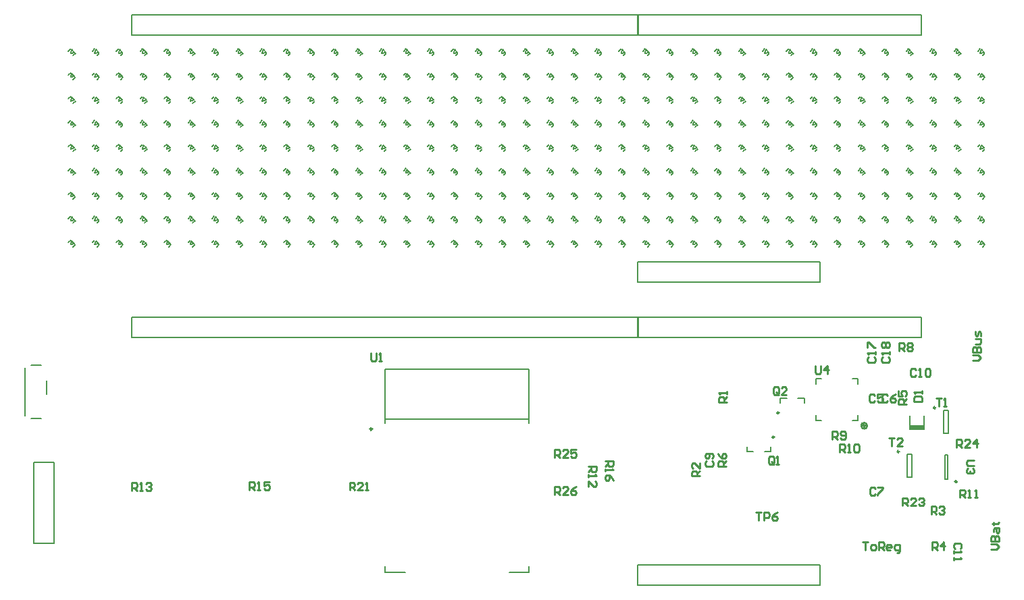
<source format=gto>
G04*
G04 #@! TF.GenerationSoftware,Altium Limited,Altium Designer,19.0.14 (431)*
G04*
G04 Layer_Color=65535*
%FSLAX44Y44*%
%MOMM*%
G71*
G01*
G75*
%ADD11C,0.2540*%
%ADD32C,0.2500*%
%ADD34C,0.2000*%
%ADD35C,0.1270*%
%ADD37C,0.3000*%
%ADD61C,0.1524*%
%ADD62R,1.8000X0.5080*%
D11*
X2304188Y1404295D02*
G03*
X2304188Y1404295I-1414J0D01*
G01*
X2306490D02*
G03*
X2306490Y1404295I-3717J0D01*
G01*
X2241774Y1479051D02*
Y1470720D01*
X2243440Y1469054D01*
X2246772D01*
X2248438Y1470720D01*
Y1479051D01*
X2256769Y1469054D02*
Y1479051D01*
X2251770Y1474052D01*
X2258435D01*
X1914774Y1318054D02*
Y1328051D01*
X1919772D01*
X1921438Y1326384D01*
Y1323052D01*
X1919772Y1321386D01*
X1914774D01*
X1918106D02*
X1921438Y1318054D01*
X1931435D02*
X1924771D01*
X1931435Y1324718D01*
Y1326384D01*
X1929769Y1328051D01*
X1926437D01*
X1924771Y1326384D01*
X1941432Y1328051D02*
X1938100Y1326384D01*
X1934767Y1323052D01*
Y1319720D01*
X1936434Y1318054D01*
X1939766D01*
X1941432Y1319720D01*
Y1321386D01*
X1939766Y1323052D01*
X1934767D01*
X1914774Y1364054D02*
Y1374051D01*
X1919772D01*
X1921438Y1372384D01*
Y1369052D01*
X1919772Y1367386D01*
X1914774D01*
X1918106D02*
X1921438Y1364054D01*
X1931435D02*
X1924771D01*
X1931435Y1370718D01*
Y1372384D01*
X1929769Y1374051D01*
X1926437D01*
X1924771Y1372384D01*
X1941432Y1374051D02*
X1934767D01*
Y1369052D01*
X1938100Y1370718D01*
X1939766D01*
X1941432Y1369052D01*
Y1365720D01*
X1939766Y1364054D01*
X1936434D01*
X1934767Y1365720D01*
X2326443Y1490718D02*
X2324777Y1489052D01*
Y1485720D01*
X2326443Y1484054D01*
X2333108D01*
X2334774Y1485720D01*
Y1489052D01*
X2333108Y1490718D01*
X2334774Y1494051D02*
Y1497383D01*
Y1495717D01*
X2324777D01*
X2326443Y1494051D01*
Y1502381D02*
X2324777Y1504047D01*
Y1507380D01*
X2326443Y1509046D01*
X2328109D01*
X2329775Y1507380D01*
X2331441Y1509046D01*
X2333108D01*
X2334774Y1507380D01*
Y1504047D01*
X2333108Y1502381D01*
X2331441D01*
X2329775Y1504047D01*
X2328109Y1502381D01*
X2326443D01*
X2329775Y1504047D02*
Y1507380D01*
X2308443Y1490718D02*
X2306777Y1489052D01*
Y1485720D01*
X2308443Y1484054D01*
X2315108D01*
X2316774Y1485720D01*
Y1489052D01*
X2315108Y1490718D01*
X2316774Y1494051D02*
Y1497383D01*
Y1495717D01*
X2306777D01*
X2308443Y1494051D01*
X2306777Y1502381D02*
Y1509046D01*
X2308443D01*
X2315108Y1502381D01*
X2316774D01*
X2332308Y1442128D02*
X2330642Y1443795D01*
X2327310D01*
X2325644Y1442128D01*
Y1435464D01*
X2327310Y1433798D01*
X2330642D01*
X2332308Y1435464D01*
X2342305Y1443795D02*
X2338973Y1442128D01*
X2335641Y1438796D01*
Y1435464D01*
X2337307Y1433798D01*
X2340639D01*
X2342305Y1435464D01*
Y1437130D01*
X2340639Y1438796D01*
X2335641D01*
X2316306Y1442128D02*
X2314640Y1443795D01*
X2311308D01*
X2309642Y1442128D01*
Y1435464D01*
X2311308Y1433798D01*
X2314640D01*
X2316306Y1435464D01*
X2326303Y1443795D02*
X2319639D01*
Y1438796D01*
X2322971Y1440462D01*
X2324637D01*
X2326303Y1438796D01*
Y1435464D01*
X2324637Y1433798D01*
X2321305D01*
X2319639Y1435464D01*
X2351024Y1303804D02*
Y1313801D01*
X2356022D01*
X2357688Y1312135D01*
Y1308802D01*
X2356022Y1307136D01*
X2351024D01*
X2354356D02*
X2357688Y1303804D01*
X2367685D02*
X2361021D01*
X2367685Y1310468D01*
Y1312135D01*
X2366019Y1313801D01*
X2362687D01*
X2361021Y1312135D01*
X2371017D02*
X2372683Y1313801D01*
X2376016D01*
X2377682Y1312135D01*
Y1310468D01*
X2376016Y1308802D01*
X2374350D01*
X2376016D01*
X2377682Y1307136D01*
Y1305470D01*
X2376016Y1303804D01*
X2372683D01*
X2371017Y1305470D01*
X2333774Y1389051D02*
X2340438D01*
X2337106D01*
Y1379054D01*
X2350435D02*
X2343770D01*
X2350435Y1385718D01*
Y1387384D01*
X2348769Y1389051D01*
X2345437D01*
X2343770Y1387384D01*
X2167274Y1295501D02*
X2173938D01*
X2170606D01*
Y1285504D01*
X2177271D02*
Y1295501D01*
X2182269D01*
X2183935Y1293834D01*
Y1290502D01*
X2182269Y1288836D01*
X2177271D01*
X2193932Y1295501D02*
X2190600Y1293834D01*
X2187267Y1290502D01*
Y1287170D01*
X2188934Y1285504D01*
X2192266D01*
X2193932Y1287170D01*
Y1288836D01*
X2192266Y1290502D01*
X2187267D01*
X2300774Y1258051D02*
X2307438D01*
X2304106D01*
Y1248054D01*
X2312437D02*
X2315769D01*
X2317435Y1249720D01*
Y1253052D01*
X2315769Y1254718D01*
X2312437D01*
X2310771Y1253052D01*
Y1249720D01*
X2312437Y1248054D01*
X2320767D02*
Y1258051D01*
X2325766D01*
X2327432Y1256385D01*
Y1253052D01*
X2325766Y1251386D01*
X2320767D01*
X2324100D02*
X2327432Y1248054D01*
X2335762D02*
X2332430D01*
X2330764Y1249720D01*
Y1253052D01*
X2332430Y1254718D01*
X2335762D01*
X2337429Y1253052D01*
Y1251386D01*
X2330764D01*
X2344093Y1244722D02*
X2345759D01*
X2347425Y1246388D01*
Y1254718D01*
X2342427D01*
X2340761Y1253052D01*
Y1249720D01*
X2342427Y1248054D01*
X2347425D01*
X2438777Y1486304D02*
X2445441D01*
X2448774Y1489636D01*
X2445441Y1492968D01*
X2438777D01*
Y1496301D02*
X2448774D01*
Y1501299D01*
X2447108Y1502965D01*
X2445441D01*
X2443775Y1501299D01*
Y1496301D01*
Y1501299D01*
X2442109Y1502965D01*
X2440443D01*
X2438777Y1501299D01*
Y1496301D01*
X2442109Y1506297D02*
X2447108D01*
X2448774Y1507964D01*
Y1512962D01*
X2442109D01*
X2448774Y1516294D02*
Y1521293D01*
X2447108Y1522959D01*
X2445441Y1521293D01*
Y1517960D01*
X2443775Y1516294D01*
X2442109Y1517960D01*
Y1522959D01*
X2461777Y1249546D02*
X2468441D01*
X2471774Y1252878D01*
X2468441Y1256210D01*
X2461777D01*
Y1259542D02*
X2471774D01*
Y1264541D01*
X2470108Y1266207D01*
X2468441D01*
X2466775Y1264541D01*
Y1259542D01*
Y1264541D01*
X2465109Y1266207D01*
X2463443D01*
X2461777Y1264541D01*
Y1259542D01*
X2465109Y1271205D02*
Y1274537D01*
X2466775Y1276204D01*
X2471774D01*
Y1271205D01*
X2470108Y1269539D01*
X2468441Y1271205D01*
Y1276204D01*
X2463443Y1281202D02*
X2465109D01*
Y1279536D01*
Y1282868D01*
Y1281202D01*
X2470108D01*
X2471774Y1282868D01*
X1657774Y1323304D02*
Y1333300D01*
X1662772D01*
X1664438Y1331634D01*
Y1328302D01*
X1662772Y1326636D01*
X1657774D01*
X1661106D02*
X1664438Y1323304D01*
X1674435D02*
X1667771D01*
X1674435Y1329968D01*
Y1331634D01*
X1672769Y1333300D01*
X1669437D01*
X1667771Y1331634D01*
X1677767Y1323304D02*
X1681100D01*
X1679433D01*
Y1333300D01*
X1677767Y1331634D01*
X1532024Y1323554D02*
Y1333551D01*
X1537022D01*
X1538688Y1331884D01*
Y1328552D01*
X1537022Y1326886D01*
X1532024D01*
X1535356D02*
X1538688Y1323554D01*
X1542021D02*
X1545353D01*
X1543687D01*
Y1333551D01*
X1542021Y1331884D01*
X1557016Y1333551D02*
X1550351D01*
Y1328552D01*
X1553683Y1330218D01*
X1555349D01*
X1557016Y1328552D01*
Y1325220D01*
X1555349Y1323554D01*
X1552017D01*
X1550351Y1325220D01*
X1384524Y1323054D02*
Y1333051D01*
X1389522D01*
X1391188Y1331384D01*
Y1328052D01*
X1389522Y1326386D01*
X1384524D01*
X1387856D02*
X1391188Y1323054D01*
X1394521D02*
X1397853D01*
X1396187D01*
Y1333051D01*
X1394521Y1331384D01*
X1402851D02*
X1404517Y1333051D01*
X1407850D01*
X1409516Y1331384D01*
Y1329718D01*
X1407850Y1328052D01*
X1406183D01*
X1407850D01*
X1409516Y1326386D01*
Y1324720D01*
X1407850Y1323054D01*
X1404517D01*
X1402851Y1324720D01*
X2440771Y1361054D02*
X2432440D01*
X2430774Y1359388D01*
Y1356055D01*
X2432440Y1354389D01*
X2440771D01*
X2439104Y1351057D02*
X2440771Y1349391D01*
Y1346059D01*
X2439104Y1344393D01*
X2437438D01*
X2435772Y1346059D01*
Y1347725D01*
Y1346059D01*
X2434106Y1344393D01*
X2432440D01*
X2430774Y1346059D01*
Y1349391D01*
X2432440Y1351057D01*
X1684802Y1495611D02*
Y1487280D01*
X1686468Y1485614D01*
X1689800D01*
X1691466Y1487280D01*
Y1495611D01*
X1694798Y1485614D02*
X1698131D01*
X1696465D01*
Y1495611D01*
X1694798Y1493945D01*
X2392774Y1438801D02*
X2399438D01*
X2396106D01*
Y1428804D01*
X2402771D02*
X2406103D01*
X2404437D01*
Y1438801D01*
X2402771Y1437135D01*
X1978524Y1360304D02*
X1988521D01*
Y1355305D01*
X1986854Y1353639D01*
X1983522D01*
X1981856Y1355305D01*
Y1360304D01*
Y1356972D02*
X1978524Y1353639D01*
Y1350307D02*
Y1346975D01*
Y1348641D01*
X1988521D01*
X1986854Y1350307D01*
X1988521Y1335312D02*
X1986854Y1338644D01*
X1983522Y1341976D01*
X1980190D01*
X1978524Y1340310D01*
Y1336978D01*
X1980190Y1335312D01*
X1981856D01*
X1983522Y1336978D01*
Y1341976D01*
X1957274Y1352924D02*
X1967271D01*
Y1347925D01*
X1965604Y1346259D01*
X1962272D01*
X1960606Y1347925D01*
Y1352924D01*
Y1349592D02*
X1957274Y1346259D01*
Y1342927D02*
Y1339595D01*
Y1341261D01*
X1967271D01*
X1965604Y1342927D01*
X1957274Y1327932D02*
Y1334596D01*
X1963938Y1327932D01*
X1965604D01*
X1967271Y1329598D01*
Y1332930D01*
X1965604Y1334596D01*
X2422774Y1314054D02*
Y1324051D01*
X2427772D01*
X2429438Y1322384D01*
Y1319052D01*
X2427772Y1317386D01*
X2422774D01*
X2426106D02*
X2429438Y1314054D01*
X2432771D02*
X2436103D01*
X2434437D01*
Y1324051D01*
X2432771Y1322384D01*
X2441101Y1314054D02*
X2444433D01*
X2442767D01*
Y1324051D01*
X2441101Y1322384D01*
X2271774Y1371054D02*
Y1381051D01*
X2276772D01*
X2278438Y1379384D01*
Y1376052D01*
X2276772Y1374386D01*
X2271774D01*
X2275106D02*
X2278438Y1371054D01*
X2281770D02*
X2285103D01*
X2283437D01*
Y1381051D01*
X2281770Y1379384D01*
X2290101D02*
X2291767Y1381051D01*
X2295100D01*
X2296766Y1379384D01*
Y1372720D01*
X2295100Y1371054D01*
X2291767D01*
X2290101Y1372720D01*
Y1379384D01*
X2262774Y1387054D02*
Y1397051D01*
X2267772D01*
X2269438Y1395385D01*
Y1392052D01*
X2267772Y1390386D01*
X2262774D01*
X2266106D02*
X2269438Y1387054D01*
X2272771Y1388720D02*
X2274437Y1387054D01*
X2277769D01*
X2279435Y1388720D01*
Y1395385D01*
X2277769Y1397051D01*
X2274437D01*
X2272771Y1395385D01*
Y1393718D01*
X2274437Y1392052D01*
X2279435D01*
X2346774Y1498054D02*
Y1508051D01*
X2351772D01*
X2353438Y1506384D01*
Y1503052D01*
X2351772Y1501386D01*
X2346774D01*
X2350106D02*
X2353438Y1498054D01*
X2356770Y1506384D02*
X2358437Y1508051D01*
X2361769D01*
X2363435Y1506384D01*
Y1504718D01*
X2361769Y1503052D01*
X2363435Y1501386D01*
Y1499720D01*
X2361769Y1498054D01*
X2358437D01*
X2356770Y1499720D01*
Y1501386D01*
X2358437Y1503052D01*
X2356770Y1504718D01*
Y1506384D01*
X2358437Y1503052D02*
X2361769D01*
X2129774Y1353054D02*
X2119777D01*
Y1358052D01*
X2121443Y1359718D01*
X2124775D01*
X2126441Y1358052D01*
Y1353054D01*
Y1356386D02*
X2129774Y1359718D01*
X2119777Y1369715D02*
X2121443Y1366383D01*
X2124775Y1363051D01*
X2128108D01*
X2129774Y1364717D01*
Y1368049D01*
X2128108Y1369715D01*
X2126441D01*
X2124775Y1368049D01*
Y1363051D01*
X2355774Y1431554D02*
X2345777D01*
Y1436552D01*
X2347443Y1438218D01*
X2350775D01*
X2352442Y1436552D01*
Y1431554D01*
Y1434886D02*
X2355774Y1438218D01*
X2345777Y1448215D02*
Y1441551D01*
X2350775D01*
X2349109Y1444883D01*
Y1446549D01*
X2350775Y1448215D01*
X2354108D01*
X2355774Y1446549D01*
Y1443217D01*
X2354108Y1441551D01*
X2387774Y1248054D02*
Y1258051D01*
X2392772D01*
X2394438Y1256385D01*
Y1253052D01*
X2392772Y1251386D01*
X2387774D01*
X2391106D02*
X2394438Y1248054D01*
X2402769D02*
Y1258051D01*
X2397771Y1253052D01*
X2404435D01*
X2386774Y1293054D02*
Y1303051D01*
X2391772D01*
X2393438Y1301384D01*
Y1298052D01*
X2391772Y1296386D01*
X2386774D01*
X2390106D02*
X2393438Y1293054D01*
X2396770Y1301384D02*
X2398437Y1303051D01*
X2401769D01*
X2403435Y1301384D01*
Y1299718D01*
X2401769Y1298052D01*
X2400103D01*
X2401769D01*
X2403435Y1296386D01*
Y1294720D01*
X2401769Y1293054D01*
X2398437D01*
X2396770Y1294720D01*
X2096774Y1341054D02*
X2086777D01*
Y1346052D01*
X2088443Y1347718D01*
X2091775D01*
X2093441Y1346052D01*
Y1341054D01*
Y1344386D02*
X2096774Y1347718D01*
Y1357715D02*
Y1351051D01*
X2090109Y1357715D01*
X2088443D01*
X2086777Y1356049D01*
Y1352717D01*
X2088443Y1351051D01*
X2130274Y1434054D02*
X2120277D01*
Y1439052D01*
X2121943Y1440718D01*
X2125275D01*
X2126942Y1439052D01*
Y1434054D01*
Y1437386D02*
X2130274Y1440718D01*
Y1444051D02*
Y1447383D01*
Y1445717D01*
X2120277D01*
X2121943Y1444051D01*
X2195438Y1444720D02*
Y1451384D01*
X2193772Y1453051D01*
X2190440D01*
X2188774Y1451384D01*
Y1444720D01*
X2190440Y1443054D01*
X2193772D01*
X2192106Y1446386D02*
X2195438Y1443054D01*
X2193772D02*
X2195438Y1444720D01*
X2205435Y1443054D02*
X2198770D01*
X2205435Y1449718D01*
Y1451384D01*
X2203769Y1453051D01*
X2200437D01*
X2198770Y1451384D01*
X2189438Y1357720D02*
Y1364384D01*
X2187772Y1366051D01*
X2184440D01*
X2182774Y1364384D01*
Y1357720D01*
X2184440Y1356054D01*
X2187772D01*
X2186106Y1359386D02*
X2189438Y1356054D01*
X2187772D02*
X2189438Y1357720D01*
X2192771Y1356054D02*
X2196103D01*
X2194437D01*
Y1366051D01*
X2192771Y1364384D01*
X2365027Y1434554D02*
X2375024D01*
Y1439552D01*
X2373358Y1441218D01*
X2366693D01*
X2365027Y1439552D01*
Y1434554D01*
X2375024Y1444551D02*
Y1447883D01*
Y1446217D01*
X2365027D01*
X2366693Y1444551D01*
X2423104Y1250389D02*
X2424771Y1252055D01*
Y1255388D01*
X2423104Y1257054D01*
X2416440D01*
X2414774Y1255388D01*
Y1252055D01*
X2416440Y1250389D01*
X2414774Y1247057D02*
Y1243725D01*
Y1245391D01*
X2424771D01*
X2423104Y1247057D01*
X2414774Y1238726D02*
Y1235394D01*
Y1237060D01*
X2424771D01*
X2423104Y1238726D01*
X2367438Y1474384D02*
X2365772Y1476051D01*
X2362440D01*
X2360774Y1474384D01*
Y1467720D01*
X2362440Y1466054D01*
X2365772D01*
X2367438Y1467720D01*
X2370771Y1466054D02*
X2374103D01*
X2372437D01*
Y1476051D01*
X2370771Y1474384D01*
X2379101D02*
X2380767Y1476051D01*
X2384100D01*
X2385766Y1474384D01*
Y1467720D01*
X2384100Y1466054D01*
X2380767D01*
X2379101Y1467720D01*
Y1474384D01*
X2105443Y1359718D02*
X2103777Y1358052D01*
Y1354720D01*
X2105443Y1353054D01*
X2112108D01*
X2113774Y1354720D01*
Y1358052D01*
X2112108Y1359718D01*
Y1363051D02*
X2113774Y1364717D01*
Y1368049D01*
X2112108Y1369715D01*
X2105443D01*
X2103777Y1368049D01*
Y1364717D01*
X2105443Y1363051D01*
X2107109D01*
X2108775Y1364717D01*
Y1369715D01*
X2316438Y1325385D02*
X2314772Y1327051D01*
X2311440D01*
X2309774Y1325385D01*
Y1318720D01*
X2311440Y1317054D01*
X2314772D01*
X2316438Y1318720D01*
X2319771Y1327051D02*
X2326435D01*
Y1325385D01*
X2319771Y1318720D01*
Y1317054D01*
D32*
X2346774Y1371804D02*
G03*
X2346774Y1371804I-1250J0D01*
G01*
X2196024Y1420553D02*
G03*
X2196024Y1420553I-1250J0D01*
G01*
X2190024Y1390054D02*
G03*
X2190024Y1390054I-1250J0D01*
G01*
X2392274Y1426804D02*
G03*
X2392274Y1426804I-1250J0D01*
G01*
X2419024Y1334054D02*
G03*
X2419024Y1334054I-1250J0D01*
G01*
X2418774Y1377054D02*
Y1387051D01*
X2423772D01*
X2425438Y1385385D01*
Y1382052D01*
X2423772Y1380386D01*
X2418774D01*
X2422106D02*
X2425438Y1377054D01*
X2435435D02*
X2428770D01*
X2435435Y1383718D01*
Y1385385D01*
X2433769Y1387051D01*
X2430437D01*
X2428770Y1385385D01*
X2443766Y1377054D02*
Y1387051D01*
X2438767Y1382052D01*
X2445432D01*
D34*
X2247400Y1584300D02*
Y1609700D01*
X2018800Y1584300D02*
X2247400D01*
X2018800D02*
Y1609700D01*
X2247400D01*
X2037950Y1919950D02*
X2374500D01*
X2018900D02*
X2037950D01*
X2018900Y1894550D02*
Y1919950D01*
Y1894550D02*
X2374500D01*
Y1919950D01*
X2019300Y1894550D02*
Y1919950D01*
X1384300Y1894550D02*
X2019300D01*
X1384300D02*
Y1919950D01*
X1403350D01*
X2019300D01*
X2356524Y1339804D02*
X2362524D01*
Y1368804D01*
X2356524D02*
X2362524D01*
X2356524Y1339804D02*
Y1368804D01*
X2038224Y1540224D02*
X2374774D01*
X2019174D02*
X2038224D01*
X2019174Y1514824D02*
Y1540224D01*
Y1514824D02*
X2374774D01*
Y1540224D01*
X2019074Y1229974D02*
X2247674D01*
X2019074Y1204574D02*
Y1229974D01*
Y1204574D02*
X2247674D01*
Y1229974D01*
X1262074Y1256954D02*
X1287474D01*
X1262074D02*
Y1358554D01*
X1287474Y1256954D02*
Y1358554D01*
X1262074D02*
X1287474D01*
X2219774Y1438553D02*
X2227774D01*
Y1432553D02*
Y1438553D01*
X2197774D02*
X2205774D01*
X2197774Y1432553D02*
Y1438553D01*
X2155774Y1372054D02*
X2163774D01*
X2155774D02*
Y1378054D01*
X2177774Y1372054D02*
X2185774D01*
Y1378054D01*
X2360024Y1399744D02*
X2378024D01*
X2360024D02*
Y1416614D01*
X2378024Y1399744D02*
Y1416614D01*
X2402024Y1394804D02*
Y1423804D01*
X2408024D01*
Y1394804D02*
Y1423804D01*
X2402024Y1394804D02*
X2408024D01*
X2404274Y1337054D02*
Y1368054D01*
X2407274Y1337054D02*
Y1368054D01*
X2404274D02*
X2407274D01*
X2404274Y1337054D02*
X2407274D01*
X2019574Y1514824D02*
Y1540224D01*
X1384574Y1514824D02*
X2019574D01*
X1384574D02*
Y1540224D01*
X1403624D01*
X2019574D01*
D35*
X2448317Y1631567D02*
X2452913Y1632628D01*
X2448317Y1631567D02*
X2449378Y1636163D01*
X2452913Y1632628D01*
X2451145Y1628739D02*
X2453974Y1631567D01*
X2445489Y1634395D02*
X2448317Y1637224D01*
X2418317Y1631567D02*
X2422913Y1632628D01*
X2418317Y1631567D02*
X2419378Y1636163D01*
X2422913Y1632628D01*
X2421145Y1628739D02*
X2423974Y1631567D01*
X2415489Y1634395D02*
X2418317Y1637224D01*
X2388317Y1631567D02*
X2392913Y1632628D01*
X2388317Y1631567D02*
X2389378Y1636163D01*
X2392913Y1632628D01*
X2391145Y1628739D02*
X2393974Y1631567D01*
X2385489Y1634395D02*
X2388317Y1637224D01*
X2358317Y1631567D02*
X2362913Y1632628D01*
X2358317Y1631567D02*
X2359378Y1636163D01*
X2362913Y1632628D01*
X2361145Y1628739D02*
X2363974Y1631567D01*
X2355489Y1634395D02*
X2358317Y1637224D01*
X2328317Y1631567D02*
X2332913Y1632628D01*
X2328317Y1631567D02*
X2329378Y1636163D01*
X2332913Y1632628D01*
X2331145Y1628739D02*
X2333974Y1631567D01*
X2325489Y1634395D02*
X2328317Y1637224D01*
X2298317Y1631567D02*
X2302913Y1632628D01*
X2298317Y1631567D02*
X2299378Y1636163D01*
X2302913Y1632628D01*
X2301145Y1628739D02*
X2303974Y1631567D01*
X2295489Y1634395D02*
X2298317Y1637224D01*
X2268317Y1631567D02*
X2272913Y1632628D01*
X2268317Y1631567D02*
X2269378Y1636163D01*
X2272913Y1632628D01*
X2271145Y1628739D02*
X2273974Y1631567D01*
X2265489Y1634395D02*
X2268317Y1637224D01*
X2238317Y1631567D02*
X2242913Y1632628D01*
X2238317Y1631567D02*
X2239378Y1636163D01*
X2242913Y1632628D01*
X2241145Y1628739D02*
X2243974Y1631567D01*
X2235489Y1634395D02*
X2238317Y1637224D01*
X2208317Y1631567D02*
X2212913Y1632628D01*
X2208317Y1631567D02*
X2209378Y1636163D01*
X2212913Y1632628D01*
X2211145Y1628739D02*
X2213974Y1631567D01*
X2205489Y1634395D02*
X2208317Y1637224D01*
X2178317Y1631567D02*
X2182913Y1632628D01*
X2178317Y1631567D02*
X2179378Y1636163D01*
X2182913Y1632628D01*
X2181145Y1628739D02*
X2183974Y1631567D01*
X2175489Y1634395D02*
X2178317Y1637224D01*
X2148317Y1631567D02*
X2152913Y1632628D01*
X2148317Y1631567D02*
X2149378Y1636163D01*
X2152913Y1632628D01*
X2151145Y1628739D02*
X2153974Y1631567D01*
X2145489Y1634395D02*
X2148317Y1637224D01*
X2118317Y1631567D02*
X2122913Y1632628D01*
X2118317Y1631567D02*
X2119378Y1636163D01*
X2122913Y1632628D01*
X2121145Y1628739D02*
X2123974Y1631567D01*
X2115489Y1634395D02*
X2118317Y1637224D01*
X2088317Y1631567D02*
X2092913Y1632628D01*
X2088317Y1631567D02*
X2089378Y1636163D01*
X2092913Y1632628D01*
X2091145Y1628739D02*
X2093974Y1631567D01*
X2085489Y1634395D02*
X2088317Y1637224D01*
X2058317Y1631567D02*
X2062913Y1632628D01*
X2058317Y1631567D02*
X2059378Y1636163D01*
X2062913Y1632628D01*
X2061145Y1628739D02*
X2063974Y1631567D01*
X2055489Y1634395D02*
X2058317Y1637224D01*
X2028317Y1631567D02*
X2032913Y1632628D01*
X2028317Y1631567D02*
X2029378Y1636163D01*
X2032913Y1632628D01*
X2031145Y1628739D02*
X2033974Y1631567D01*
X2025489Y1634395D02*
X2028317Y1637224D01*
X1998317Y1631567D02*
X2002913Y1632628D01*
X1998317Y1631567D02*
X1999378Y1636163D01*
X2002913Y1632628D01*
X2001145Y1628739D02*
X2003974Y1631567D01*
X1995489Y1634395D02*
X1998317Y1637224D01*
X1968317Y1631567D02*
X1972913Y1632628D01*
X1968317Y1631567D02*
X1969378Y1636163D01*
X1972913Y1632628D01*
X1971145Y1628739D02*
X1973974Y1631567D01*
X1965489Y1634395D02*
X1968317Y1637224D01*
X1938317Y1631567D02*
X1942913Y1632628D01*
X1938317Y1631567D02*
X1939378Y1636163D01*
X1942913Y1632628D01*
X1941145Y1628739D02*
X1943974Y1631567D01*
X1935489Y1634395D02*
X1938317Y1637224D01*
X1908317Y1631567D02*
X1912913Y1632628D01*
X1908317Y1631567D02*
X1909378Y1636163D01*
X1912913Y1632628D01*
X1911145Y1628739D02*
X1913974Y1631567D01*
X1905489Y1634395D02*
X1908317Y1637224D01*
X1878317Y1631567D02*
X1882913Y1632628D01*
X1878317Y1631567D02*
X1879378Y1636163D01*
X1882913Y1632628D01*
X1881145Y1628739D02*
X1883974Y1631567D01*
X1875489Y1634395D02*
X1878317Y1637224D01*
X1848317Y1631567D02*
X1852913Y1632628D01*
X1848317Y1631567D02*
X1849378Y1636163D01*
X1852913Y1632628D01*
X1851145Y1628739D02*
X1853974Y1631567D01*
X1845489Y1634395D02*
X1848317Y1637224D01*
X1818317Y1631567D02*
X1822913Y1632628D01*
X1818317Y1631567D02*
X1819378Y1636163D01*
X1822913Y1632628D01*
X1821145Y1628739D02*
X1823974Y1631567D01*
X1815489Y1634395D02*
X1818317Y1637224D01*
X1788317Y1631567D02*
X1792913Y1632628D01*
X1788317Y1631567D02*
X1789378Y1636163D01*
X1792913Y1632628D01*
X1791145Y1628739D02*
X1793974Y1631567D01*
X1785489Y1634395D02*
X1788317Y1637224D01*
X1758317Y1631567D02*
X1762913Y1632628D01*
X1758317Y1631567D02*
X1759378Y1636163D01*
X1762913Y1632628D01*
X1761145Y1628739D02*
X1763974Y1631567D01*
X1755489Y1634395D02*
X1758317Y1637224D01*
X1728317Y1631567D02*
X1732913Y1632628D01*
X1728317Y1631567D02*
X1729378Y1636163D01*
X1732913Y1632628D01*
X1731145Y1628739D02*
X1733974Y1631567D01*
X1725489Y1634395D02*
X1728317Y1637224D01*
X1698317Y1631567D02*
X1702913Y1632628D01*
X1698317Y1631567D02*
X1699378Y1636163D01*
X1702913Y1632628D01*
X1701145Y1628739D02*
X1703974Y1631567D01*
X1695489Y1634395D02*
X1698317Y1637224D01*
X1668317Y1631567D02*
X1672913Y1632628D01*
X1668317Y1631567D02*
X1669378Y1636163D01*
X1672913Y1632628D01*
X1671145Y1628739D02*
X1673974Y1631567D01*
X1665489Y1634395D02*
X1668317Y1637224D01*
X1638317Y1631567D02*
X1642913Y1632628D01*
X1638317Y1631567D02*
X1639378Y1636163D01*
X1642913Y1632628D01*
X1641145Y1628739D02*
X1643974Y1631567D01*
X1635489Y1634395D02*
X1638317Y1637224D01*
X1608317Y1631567D02*
X1612913Y1632628D01*
X1608317Y1631567D02*
X1609378Y1636163D01*
X1612913Y1632628D01*
X1611145Y1628739D02*
X1613974Y1631567D01*
X1605489Y1634395D02*
X1608317Y1637224D01*
X1578317Y1631567D02*
X1582913Y1632628D01*
X1578317Y1631567D02*
X1579378Y1636163D01*
X1582913Y1632628D01*
X1581145Y1628739D02*
X1583974Y1631567D01*
X1575489Y1634395D02*
X1578317Y1637224D01*
X1548317Y1631567D02*
X1552913Y1632628D01*
X1548317Y1631567D02*
X1549378Y1636163D01*
X1552913Y1632628D01*
X1551145Y1628739D02*
X1553974Y1631567D01*
X1545489Y1634395D02*
X1548317Y1637224D01*
X1518317Y1631567D02*
X1522913Y1632628D01*
X1518317Y1631567D02*
X1519378Y1636163D01*
X1522913Y1632628D01*
X1521145Y1628739D02*
X1523974Y1631567D01*
X1515489Y1634395D02*
X1518317Y1637224D01*
X1488317Y1631567D02*
X1492913Y1632628D01*
X1488317Y1631567D02*
X1489378Y1636163D01*
X1492913Y1632628D01*
X1491145Y1628739D02*
X1493974Y1631567D01*
X1485489Y1634395D02*
X1488317Y1637224D01*
X1458317Y1631567D02*
X1462913Y1632628D01*
X1458317Y1631567D02*
X1459378Y1636163D01*
X1462913Y1632628D01*
X1461145Y1628739D02*
X1463974Y1631567D01*
X1455489Y1634395D02*
X1458317Y1637224D01*
X1428317Y1631567D02*
X1432913Y1632628D01*
X1428317Y1631567D02*
X1429378Y1636163D01*
X1432913Y1632628D01*
X1431145Y1628739D02*
X1433974Y1631567D01*
X1425489Y1634395D02*
X1428317Y1637224D01*
X1398317Y1631567D02*
X1402913Y1632628D01*
X1398317Y1631567D02*
X1399378Y1636163D01*
X1402913Y1632628D01*
X1401145Y1628739D02*
X1403974Y1631567D01*
X1395489Y1634395D02*
X1398317Y1637224D01*
X1368317Y1631567D02*
X1372913Y1632628D01*
X1368317Y1631567D02*
X1369378Y1636163D01*
X1372913Y1632628D01*
X1371145Y1628739D02*
X1373974Y1631567D01*
X1365489Y1634395D02*
X1368317Y1637224D01*
X1338317Y1631567D02*
X1342913Y1632628D01*
X1338317Y1631567D02*
X1339378Y1636163D01*
X1342913Y1632628D01*
X1341145Y1628739D02*
X1343974Y1631567D01*
X1335489Y1634395D02*
X1338317Y1637224D01*
X1308317Y1631567D02*
X1312913Y1632628D01*
X1308317Y1631567D02*
X1309378Y1636163D01*
X1312913Y1632628D01*
X1311145Y1628739D02*
X1313974Y1631567D01*
X1305489Y1634395D02*
X1308317Y1637224D01*
X2448317Y1661567D02*
X2452913Y1662628D01*
X2448317Y1661567D02*
X2449378Y1666163D01*
X2452913Y1662628D01*
X2451145Y1658739D02*
X2453974Y1661567D01*
X2445489Y1664395D02*
X2448317Y1667224D01*
X2418317Y1661567D02*
X2422913Y1662628D01*
X2418317Y1661567D02*
X2419378Y1666163D01*
X2422913Y1662628D01*
X2421145Y1658739D02*
X2423974Y1661567D01*
X2415489Y1664395D02*
X2418317Y1667224D01*
X2388317Y1661567D02*
X2392913Y1662628D01*
X2388317Y1661567D02*
X2389378Y1666163D01*
X2392913Y1662628D01*
X2391145Y1658739D02*
X2393974Y1661567D01*
X2385489Y1664395D02*
X2388317Y1667224D01*
X2358317Y1661567D02*
X2362913Y1662628D01*
X2358317Y1661567D02*
X2359378Y1666163D01*
X2362913Y1662628D01*
X2361145Y1658739D02*
X2363974Y1661567D01*
X2355489Y1664395D02*
X2358317Y1667224D01*
X2328317Y1661567D02*
X2332913Y1662628D01*
X2328317Y1661567D02*
X2329378Y1666163D01*
X2332913Y1662628D01*
X2331145Y1658739D02*
X2333974Y1661567D01*
X2325489Y1664395D02*
X2328317Y1667224D01*
X2298317Y1661567D02*
X2302913Y1662628D01*
X2298317Y1661567D02*
X2299378Y1666163D01*
X2302913Y1662628D01*
X2301145Y1658739D02*
X2303974Y1661567D01*
X2295489Y1664395D02*
X2298317Y1667224D01*
X2268317Y1661567D02*
X2272913Y1662628D01*
X2268317Y1661567D02*
X2269378Y1666163D01*
X2272913Y1662628D01*
X2271145Y1658739D02*
X2273974Y1661567D01*
X2265489Y1664395D02*
X2268317Y1667224D01*
X2238317Y1661567D02*
X2242913Y1662628D01*
X2238317Y1661567D02*
X2239378Y1666163D01*
X2242913Y1662628D01*
X2241145Y1658739D02*
X2243974Y1661567D01*
X2235489Y1664395D02*
X2238317Y1667224D01*
X2208317Y1661567D02*
X2212913Y1662628D01*
X2208317Y1661567D02*
X2209378Y1666163D01*
X2212913Y1662628D01*
X2211145Y1658739D02*
X2213974Y1661567D01*
X2205489Y1664395D02*
X2208317Y1667224D01*
X2178317Y1661567D02*
X2182913Y1662628D01*
X2178317Y1661567D02*
X2179378Y1666163D01*
X2182913Y1662628D01*
X2181145Y1658739D02*
X2183974Y1661567D01*
X2175489Y1664395D02*
X2178317Y1667224D01*
X2148317Y1661567D02*
X2152913Y1662628D01*
X2148317Y1661567D02*
X2149378Y1666163D01*
X2152913Y1662628D01*
X2151145Y1658739D02*
X2153974Y1661567D01*
X2145489Y1664395D02*
X2148317Y1667224D01*
X2118317Y1661567D02*
X2122913Y1662628D01*
X2118317Y1661567D02*
X2119378Y1666163D01*
X2122913Y1662628D01*
X2121145Y1658739D02*
X2123974Y1661567D01*
X2115489Y1664395D02*
X2118317Y1667224D01*
X2088317Y1661567D02*
X2092913Y1662628D01*
X2088317Y1661567D02*
X2089378Y1666163D01*
X2092913Y1662628D01*
X2091145Y1658739D02*
X2093974Y1661567D01*
X2085489Y1664395D02*
X2088317Y1667224D01*
X2058317Y1661567D02*
X2062913Y1662628D01*
X2058317Y1661567D02*
X2059378Y1666163D01*
X2062913Y1662628D01*
X2061145Y1658739D02*
X2063974Y1661567D01*
X2055489Y1664395D02*
X2058317Y1667224D01*
X2028317Y1661567D02*
X2032913Y1662628D01*
X2028317Y1661567D02*
X2029378Y1666163D01*
X2032913Y1662628D01*
X2031145Y1658739D02*
X2033974Y1661567D01*
X2025489Y1664395D02*
X2028317Y1667224D01*
X1998317Y1661567D02*
X2002913Y1662628D01*
X1998317Y1661567D02*
X1999378Y1666163D01*
X2002913Y1662628D01*
X2001145Y1658739D02*
X2003974Y1661567D01*
X1995489Y1664395D02*
X1998317Y1667224D01*
X1968317Y1661567D02*
X1972913Y1662628D01*
X1968317Y1661567D02*
X1969378Y1666163D01*
X1972913Y1662628D01*
X1971145Y1658739D02*
X1973974Y1661567D01*
X1965489Y1664395D02*
X1968317Y1667224D01*
X1938317Y1661567D02*
X1942913Y1662628D01*
X1938317Y1661567D02*
X1939378Y1666163D01*
X1942913Y1662628D01*
X1941145Y1658739D02*
X1943974Y1661567D01*
X1935489Y1664395D02*
X1938317Y1667224D01*
X1908317Y1661567D02*
X1912913Y1662628D01*
X1908317Y1661567D02*
X1909378Y1666163D01*
X1912913Y1662628D01*
X1911145Y1658739D02*
X1913974Y1661567D01*
X1905489Y1664395D02*
X1908317Y1667224D01*
X1878317Y1661567D02*
X1882913Y1662628D01*
X1878317Y1661567D02*
X1879378Y1666163D01*
X1882913Y1662628D01*
X1881145Y1658739D02*
X1883974Y1661567D01*
X1875489Y1664395D02*
X1878317Y1667224D01*
X1848317Y1661567D02*
X1852913Y1662628D01*
X1848317Y1661567D02*
X1849378Y1666163D01*
X1852913Y1662628D01*
X1851145Y1658739D02*
X1853974Y1661567D01*
X1845489Y1664395D02*
X1848317Y1667224D01*
X1818317Y1661567D02*
X1822913Y1662628D01*
X1818317Y1661567D02*
X1819378Y1666163D01*
X1822913Y1662628D01*
X1821145Y1658739D02*
X1823974Y1661567D01*
X1815489Y1664395D02*
X1818317Y1667224D01*
X1788317Y1661567D02*
X1792913Y1662628D01*
X1788317Y1661567D02*
X1789378Y1666163D01*
X1792913Y1662628D01*
X1791145Y1658739D02*
X1793974Y1661567D01*
X1785489Y1664395D02*
X1788317Y1667224D01*
X1758317Y1661567D02*
X1762913Y1662628D01*
X1758317Y1661567D02*
X1759378Y1666163D01*
X1762913Y1662628D01*
X1761145Y1658739D02*
X1763974Y1661567D01*
X1755489Y1664395D02*
X1758317Y1667224D01*
X1728317Y1661567D02*
X1732913Y1662628D01*
X1728317Y1661567D02*
X1729378Y1666163D01*
X1732913Y1662628D01*
X1731145Y1658739D02*
X1733974Y1661567D01*
X1725489Y1664395D02*
X1728317Y1667224D01*
X1698317Y1661567D02*
X1702913Y1662628D01*
X1698317Y1661567D02*
X1699378Y1666163D01*
X1702913Y1662628D01*
X1701145Y1658739D02*
X1703974Y1661567D01*
X1695489Y1664395D02*
X1698317Y1667224D01*
X1668317Y1661567D02*
X1672913Y1662628D01*
X1668317Y1661567D02*
X1669378Y1666163D01*
X1672913Y1662628D01*
X1671145Y1658739D02*
X1673974Y1661567D01*
X1665489Y1664395D02*
X1668317Y1667224D01*
X1638317Y1661567D02*
X1642913Y1662628D01*
X1638317Y1661567D02*
X1639378Y1666163D01*
X1642913Y1662628D01*
X1641145Y1658739D02*
X1643974Y1661567D01*
X1635489Y1664395D02*
X1638317Y1667224D01*
X1608317Y1661567D02*
X1612913Y1662628D01*
X1608317Y1661567D02*
X1609378Y1666163D01*
X1612913Y1662628D01*
X1611145Y1658739D02*
X1613974Y1661567D01*
X1605489Y1664395D02*
X1608317Y1667224D01*
X1578317Y1661567D02*
X1582913Y1662628D01*
X1578317Y1661567D02*
X1579378Y1666163D01*
X1582913Y1662628D01*
X1581145Y1658739D02*
X1583974Y1661567D01*
X1575489Y1664395D02*
X1578317Y1667224D01*
X1548317Y1661567D02*
X1552913Y1662628D01*
X1548317Y1661567D02*
X1549378Y1666163D01*
X1552913Y1662628D01*
X1551145Y1658739D02*
X1553974Y1661567D01*
X1545489Y1664395D02*
X1548317Y1667224D01*
X1518317Y1661567D02*
X1522913Y1662628D01*
X1518317Y1661567D02*
X1519378Y1666163D01*
X1522913Y1662628D01*
X1521145Y1658739D02*
X1523974Y1661567D01*
X1515489Y1664395D02*
X1518317Y1667224D01*
X1488317Y1661567D02*
X1492913Y1662628D01*
X1488317Y1661567D02*
X1489378Y1666163D01*
X1492913Y1662628D01*
X1491145Y1658739D02*
X1493974Y1661567D01*
X1485489Y1664395D02*
X1488317Y1667224D01*
X1458317Y1661567D02*
X1462913Y1662628D01*
X1458317Y1661567D02*
X1459378Y1666163D01*
X1462913Y1662628D01*
X1461145Y1658739D02*
X1463974Y1661567D01*
X1455489Y1664395D02*
X1458317Y1667224D01*
X1428317Y1661567D02*
X1432913Y1662628D01*
X1428317Y1661567D02*
X1429378Y1666163D01*
X1432913Y1662628D01*
X1431145Y1658739D02*
X1433974Y1661567D01*
X1425489Y1664395D02*
X1428317Y1667224D01*
X1398317Y1661567D02*
X1402913Y1662628D01*
X1398317Y1661567D02*
X1399378Y1666163D01*
X1402913Y1662628D01*
X1401145Y1658739D02*
X1403974Y1661567D01*
X1395489Y1664395D02*
X1398317Y1667224D01*
X1368317Y1661567D02*
X1372913Y1662628D01*
X1368317Y1661567D02*
X1369378Y1666163D01*
X1372913Y1662628D01*
X1371145Y1658739D02*
X1373974Y1661567D01*
X1365489Y1664395D02*
X1368317Y1667224D01*
X1338317Y1661567D02*
X1342913Y1662628D01*
X1338317Y1661567D02*
X1339378Y1666163D01*
X1342913Y1662628D01*
X1341145Y1658739D02*
X1343974Y1661567D01*
X1335489Y1664395D02*
X1338317Y1667224D01*
X1308317Y1661567D02*
X1312913Y1662628D01*
X1308317Y1661567D02*
X1309378Y1666163D01*
X1312913Y1662628D01*
X1311145Y1658739D02*
X1313974Y1661567D01*
X1305489Y1664395D02*
X1308317Y1667224D01*
X2448317Y1691567D02*
X2452913Y1692628D01*
X2448317Y1691567D02*
X2449378Y1696163D01*
X2452913Y1692628D01*
X2451145Y1688739D02*
X2453974Y1691567D01*
X2445489Y1694395D02*
X2448317Y1697224D01*
X2418317Y1691567D02*
X2422913Y1692628D01*
X2418317Y1691567D02*
X2419378Y1696163D01*
X2422913Y1692628D01*
X2421145Y1688739D02*
X2423974Y1691567D01*
X2415489Y1694395D02*
X2418317Y1697224D01*
X2388317Y1691567D02*
X2392913Y1692628D01*
X2388317Y1691567D02*
X2389378Y1696163D01*
X2392913Y1692628D01*
X2391145Y1688739D02*
X2393974Y1691567D01*
X2385489Y1694395D02*
X2388317Y1697224D01*
X2358317Y1691567D02*
X2362913Y1692628D01*
X2358317Y1691567D02*
X2359378Y1696163D01*
X2362913Y1692628D01*
X2361145Y1688739D02*
X2363974Y1691567D01*
X2355489Y1694395D02*
X2358317Y1697224D01*
X2328317Y1691567D02*
X2332913Y1692628D01*
X2328317Y1691567D02*
X2329378Y1696163D01*
X2332913Y1692628D01*
X2331145Y1688739D02*
X2333974Y1691567D01*
X2325489Y1694395D02*
X2328317Y1697224D01*
X2298317Y1691567D02*
X2302913Y1692628D01*
X2298317Y1691567D02*
X2299378Y1696163D01*
X2302913Y1692628D01*
X2301145Y1688739D02*
X2303974Y1691567D01*
X2295489Y1694395D02*
X2298317Y1697224D01*
X2268317Y1691567D02*
X2272913Y1692628D01*
X2268317Y1691567D02*
X2269378Y1696163D01*
X2272913Y1692628D01*
X2271145Y1688739D02*
X2273974Y1691567D01*
X2265489Y1694395D02*
X2268317Y1697224D01*
X2238317Y1691567D02*
X2242913Y1692628D01*
X2238317Y1691567D02*
X2239378Y1696163D01*
X2242913Y1692628D01*
X2241145Y1688739D02*
X2243974Y1691567D01*
X2235489Y1694395D02*
X2238317Y1697224D01*
X2208317Y1691567D02*
X2212913Y1692628D01*
X2208317Y1691567D02*
X2209378Y1696163D01*
X2212913Y1692628D01*
X2211145Y1688739D02*
X2213974Y1691567D01*
X2205489Y1694395D02*
X2208317Y1697224D01*
X2178317Y1691567D02*
X2182913Y1692628D01*
X2178317Y1691567D02*
X2179378Y1696163D01*
X2182913Y1692628D01*
X2181145Y1688739D02*
X2183974Y1691567D01*
X2175489Y1694395D02*
X2178317Y1697224D01*
X2148317Y1691567D02*
X2152913Y1692628D01*
X2148317Y1691567D02*
X2149378Y1696163D01*
X2152913Y1692628D01*
X2151145Y1688739D02*
X2153974Y1691567D01*
X2145489Y1694395D02*
X2148317Y1697224D01*
X2118317Y1691567D02*
X2122913Y1692628D01*
X2118317Y1691567D02*
X2119378Y1696163D01*
X2122913Y1692628D01*
X2121145Y1688739D02*
X2123974Y1691567D01*
X2115489Y1694395D02*
X2118317Y1697224D01*
X2088317Y1691567D02*
X2092913Y1692628D01*
X2088317Y1691567D02*
X2089378Y1696163D01*
X2092913Y1692628D01*
X2091145Y1688739D02*
X2093974Y1691567D01*
X2085489Y1694395D02*
X2088317Y1697224D01*
X2058317Y1691567D02*
X2062913Y1692628D01*
X2058317Y1691567D02*
X2059378Y1696163D01*
X2062913Y1692628D01*
X2061145Y1688739D02*
X2063974Y1691567D01*
X2055489Y1694395D02*
X2058317Y1697224D01*
X2028317Y1691567D02*
X2032913Y1692628D01*
X2028317Y1691567D02*
X2029378Y1696163D01*
X2032913Y1692628D01*
X2031145Y1688739D02*
X2033974Y1691567D01*
X2025489Y1694395D02*
X2028317Y1697224D01*
X1998317Y1691567D02*
X2002913Y1692628D01*
X1998317Y1691567D02*
X1999378Y1696163D01*
X2002913Y1692628D01*
X2001145Y1688739D02*
X2003974Y1691567D01*
X1995489Y1694395D02*
X1998317Y1697224D01*
X1968317Y1691567D02*
X1972913Y1692628D01*
X1968317Y1691567D02*
X1969378Y1696163D01*
X1972913Y1692628D01*
X1971145Y1688739D02*
X1973974Y1691567D01*
X1965489Y1694395D02*
X1968317Y1697224D01*
X1938317Y1691567D02*
X1942913Y1692628D01*
X1938317Y1691567D02*
X1939378Y1696163D01*
X1942913Y1692628D01*
X1941145Y1688739D02*
X1943974Y1691567D01*
X1935489Y1694395D02*
X1938317Y1697224D01*
X1908317Y1691567D02*
X1912913Y1692628D01*
X1908317Y1691567D02*
X1909378Y1696163D01*
X1912913Y1692628D01*
X1911145Y1688739D02*
X1913974Y1691567D01*
X1905489Y1694395D02*
X1908317Y1697224D01*
X1878317Y1691567D02*
X1882913Y1692628D01*
X1878317Y1691567D02*
X1879378Y1696163D01*
X1882913Y1692628D01*
X1881145Y1688739D02*
X1883974Y1691567D01*
X1875489Y1694395D02*
X1878317Y1697224D01*
X1848317Y1691567D02*
X1852913Y1692628D01*
X1848317Y1691567D02*
X1849378Y1696163D01*
X1852913Y1692628D01*
X1851145Y1688739D02*
X1853974Y1691567D01*
X1845489Y1694395D02*
X1848317Y1697224D01*
X1818317Y1691567D02*
X1822913Y1692628D01*
X1818317Y1691567D02*
X1819378Y1696163D01*
X1822913Y1692628D01*
X1821145Y1688739D02*
X1823974Y1691567D01*
X1815489Y1694395D02*
X1818317Y1697224D01*
X1788317Y1691567D02*
X1792913Y1692628D01*
X1788317Y1691567D02*
X1789378Y1696163D01*
X1792913Y1692628D01*
X1791145Y1688739D02*
X1793974Y1691567D01*
X1785489Y1694395D02*
X1788317Y1697224D01*
X1758317Y1691567D02*
X1762913Y1692628D01*
X1758317Y1691567D02*
X1759378Y1696163D01*
X1762913Y1692628D01*
X1761145Y1688739D02*
X1763974Y1691567D01*
X1755489Y1694395D02*
X1758317Y1697224D01*
X1728317Y1691567D02*
X1732913Y1692628D01*
X1728317Y1691567D02*
X1729378Y1696163D01*
X1732913Y1692628D01*
X1731145Y1688739D02*
X1733974Y1691567D01*
X1725489Y1694395D02*
X1728317Y1697224D01*
X1698317Y1691567D02*
X1702913Y1692628D01*
X1698317Y1691567D02*
X1699378Y1696163D01*
X1702913Y1692628D01*
X1701145Y1688739D02*
X1703974Y1691567D01*
X1695489Y1694395D02*
X1698317Y1697224D01*
X1668317Y1691567D02*
X1672913Y1692628D01*
X1668317Y1691567D02*
X1669378Y1696163D01*
X1672913Y1692628D01*
X1671145Y1688739D02*
X1673974Y1691567D01*
X1665489Y1694395D02*
X1668317Y1697224D01*
X1638317Y1691567D02*
X1642913Y1692628D01*
X1638317Y1691567D02*
X1639378Y1696163D01*
X1642913Y1692628D01*
X1641145Y1688739D02*
X1643974Y1691567D01*
X1635489Y1694395D02*
X1638317Y1697224D01*
X1608317Y1691567D02*
X1612913Y1692628D01*
X1608317Y1691567D02*
X1609378Y1696163D01*
X1612913Y1692628D01*
X1611145Y1688739D02*
X1613974Y1691567D01*
X1605489Y1694395D02*
X1608317Y1697224D01*
X1578317Y1691567D02*
X1582913Y1692628D01*
X1578317Y1691567D02*
X1579378Y1696163D01*
X1582913Y1692628D01*
X1581145Y1688739D02*
X1583974Y1691567D01*
X1575489Y1694395D02*
X1578317Y1697224D01*
X1548317Y1691567D02*
X1552913Y1692628D01*
X1548317Y1691567D02*
X1549378Y1696163D01*
X1552913Y1692628D01*
X1551145Y1688739D02*
X1553974Y1691567D01*
X1545489Y1694395D02*
X1548317Y1697224D01*
X1518317Y1691567D02*
X1522913Y1692628D01*
X1518317Y1691567D02*
X1519378Y1696163D01*
X1522913Y1692628D01*
X1521145Y1688739D02*
X1523974Y1691567D01*
X1515489Y1694395D02*
X1518317Y1697224D01*
X1488317Y1691567D02*
X1492913Y1692628D01*
X1488317Y1691567D02*
X1489378Y1696163D01*
X1492913Y1692628D01*
X1491145Y1688739D02*
X1493974Y1691567D01*
X1485489Y1694395D02*
X1488317Y1697224D01*
X1458317Y1691567D02*
X1462913Y1692628D01*
X1458317Y1691567D02*
X1459378Y1696163D01*
X1462913Y1692628D01*
X1461145Y1688739D02*
X1463974Y1691567D01*
X1455489Y1694395D02*
X1458317Y1697224D01*
X1428317Y1691567D02*
X1432913Y1692628D01*
X1428317Y1691567D02*
X1429378Y1696163D01*
X1432913Y1692628D01*
X1431145Y1688739D02*
X1433974Y1691567D01*
X1425489Y1694395D02*
X1428317Y1697224D01*
X1398317Y1691567D02*
X1402913Y1692628D01*
X1398317Y1691567D02*
X1399378Y1696163D01*
X1402913Y1692628D01*
X1401145Y1688739D02*
X1403974Y1691567D01*
X1395489Y1694395D02*
X1398317Y1697224D01*
X1368317Y1691567D02*
X1372913Y1692628D01*
X1368317Y1691567D02*
X1369378Y1696163D01*
X1372913Y1692628D01*
X1371145Y1688739D02*
X1373974Y1691567D01*
X1365489Y1694395D02*
X1368317Y1697224D01*
X1338317Y1691567D02*
X1342913Y1692628D01*
X1338317Y1691567D02*
X1339378Y1696163D01*
X1342913Y1692628D01*
X1341145Y1688739D02*
X1343974Y1691567D01*
X1335489Y1694395D02*
X1338317Y1697224D01*
X1308317Y1691567D02*
X1312913Y1692628D01*
X1308317Y1691567D02*
X1309378Y1696163D01*
X1312913Y1692628D01*
X1311145Y1688739D02*
X1313974Y1691567D01*
X1305489Y1694395D02*
X1308317Y1697224D01*
X2448317Y1721567D02*
X2452913Y1722628D01*
X2448317Y1721567D02*
X2449378Y1726163D01*
X2452913Y1722628D01*
X2451145Y1718739D02*
X2453974Y1721567D01*
X2445489Y1724395D02*
X2448317Y1727224D01*
X2418317Y1721567D02*
X2422913Y1722628D01*
X2418317Y1721567D02*
X2419378Y1726163D01*
X2422913Y1722628D01*
X2421145Y1718739D02*
X2423974Y1721567D01*
X2415489Y1724395D02*
X2418317Y1727224D01*
X2388317Y1721567D02*
X2392913Y1722628D01*
X2388317Y1721567D02*
X2389378Y1726163D01*
X2392913Y1722628D01*
X2391145Y1718739D02*
X2393974Y1721567D01*
X2385489Y1724395D02*
X2388317Y1727224D01*
X2358317Y1721567D02*
X2362913Y1722628D01*
X2358317Y1721567D02*
X2359378Y1726163D01*
X2362913Y1722628D01*
X2361145Y1718739D02*
X2363974Y1721567D01*
X2355489Y1724395D02*
X2358317Y1727224D01*
X2328317Y1721567D02*
X2332913Y1722628D01*
X2328317Y1721567D02*
X2329378Y1726163D01*
X2332913Y1722628D01*
X2331145Y1718739D02*
X2333974Y1721567D01*
X2325489Y1724395D02*
X2328317Y1727224D01*
X2298317Y1721567D02*
X2302913Y1722628D01*
X2298317Y1721567D02*
X2299378Y1726163D01*
X2302913Y1722628D01*
X2301145Y1718739D02*
X2303974Y1721567D01*
X2295489Y1724395D02*
X2298317Y1727224D01*
X2268317Y1721567D02*
X2272913Y1722628D01*
X2268317Y1721567D02*
X2269378Y1726163D01*
X2272913Y1722628D01*
X2271145Y1718739D02*
X2273974Y1721567D01*
X2265489Y1724395D02*
X2268317Y1727224D01*
X2238317Y1721567D02*
X2242913Y1722628D01*
X2238317Y1721567D02*
X2239378Y1726163D01*
X2242913Y1722628D01*
X2241145Y1718739D02*
X2243974Y1721567D01*
X2235489Y1724395D02*
X2238317Y1727224D01*
X2208317Y1721567D02*
X2212913Y1722628D01*
X2208317Y1721567D02*
X2209378Y1726163D01*
X2212913Y1722628D01*
X2211145Y1718739D02*
X2213974Y1721567D01*
X2205489Y1724395D02*
X2208317Y1727224D01*
X2178317Y1721567D02*
X2182913Y1722628D01*
X2178317Y1721567D02*
X2179378Y1726163D01*
X2182913Y1722628D01*
X2181145Y1718739D02*
X2183974Y1721567D01*
X2175489Y1724395D02*
X2178317Y1727224D01*
X2148317Y1721567D02*
X2152913Y1722628D01*
X2148317Y1721567D02*
X2149378Y1726163D01*
X2152913Y1722628D01*
X2151145Y1718739D02*
X2153974Y1721567D01*
X2145489Y1724395D02*
X2148317Y1727224D01*
X2118317Y1721567D02*
X2122913Y1722628D01*
X2118317Y1721567D02*
X2119378Y1726163D01*
X2122913Y1722628D01*
X2121145Y1718739D02*
X2123974Y1721567D01*
X2115489Y1724395D02*
X2118317Y1727224D01*
X2088317Y1721567D02*
X2092913Y1722628D01*
X2088317Y1721567D02*
X2089378Y1726163D01*
X2092913Y1722628D01*
X2091145Y1718739D02*
X2093974Y1721567D01*
X2085489Y1724395D02*
X2088317Y1727224D01*
X2058317Y1721567D02*
X2062913Y1722628D01*
X2058317Y1721567D02*
X2059378Y1726163D01*
X2062913Y1722628D01*
X2061145Y1718739D02*
X2063974Y1721567D01*
X2055489Y1724395D02*
X2058317Y1727224D01*
X2028317Y1721567D02*
X2032913Y1722628D01*
X2028317Y1721567D02*
X2029378Y1726163D01*
X2032913Y1722628D01*
X2031145Y1718739D02*
X2033974Y1721567D01*
X2025489Y1724395D02*
X2028317Y1727224D01*
X1998317Y1721567D02*
X2002913Y1722628D01*
X1998317Y1721567D02*
X1999378Y1726163D01*
X2002913Y1722628D01*
X2001145Y1718739D02*
X2003974Y1721567D01*
X1995489Y1724395D02*
X1998317Y1727224D01*
X1968317Y1721567D02*
X1972913Y1722628D01*
X1968317Y1721567D02*
X1969378Y1726163D01*
X1972913Y1722628D01*
X1971145Y1718739D02*
X1973974Y1721567D01*
X1965489Y1724395D02*
X1968317Y1727224D01*
X1938317Y1721567D02*
X1942913Y1722628D01*
X1938317Y1721567D02*
X1939378Y1726163D01*
X1942913Y1722628D01*
X1941145Y1718739D02*
X1943974Y1721567D01*
X1935489Y1724395D02*
X1938317Y1727224D01*
X1908317Y1721567D02*
X1912913Y1722628D01*
X1908317Y1721567D02*
X1909378Y1726163D01*
X1912913Y1722628D01*
X1911145Y1718739D02*
X1913974Y1721567D01*
X1905489Y1724395D02*
X1908317Y1727224D01*
X1878317Y1721567D02*
X1882913Y1722628D01*
X1878317Y1721567D02*
X1879378Y1726163D01*
X1882913Y1722628D01*
X1881145Y1718739D02*
X1883974Y1721567D01*
X1875489Y1724395D02*
X1878317Y1727224D01*
X1848317Y1721567D02*
X1852913Y1722628D01*
X1848317Y1721567D02*
X1849378Y1726163D01*
X1852913Y1722628D01*
X1851145Y1718739D02*
X1853974Y1721567D01*
X1845489Y1724395D02*
X1848317Y1727224D01*
X1818317Y1721567D02*
X1822913Y1722628D01*
X1818317Y1721567D02*
X1819378Y1726163D01*
X1822913Y1722628D01*
X1821145Y1718739D02*
X1823974Y1721567D01*
X1815489Y1724395D02*
X1818317Y1727224D01*
X1788317Y1721567D02*
X1792913Y1722628D01*
X1788317Y1721567D02*
X1789378Y1726163D01*
X1792913Y1722628D01*
X1791145Y1718739D02*
X1793974Y1721567D01*
X1785489Y1724395D02*
X1788317Y1727224D01*
X1758317Y1721567D02*
X1762913Y1722628D01*
X1758317Y1721567D02*
X1759378Y1726163D01*
X1762913Y1722628D01*
X1761145Y1718739D02*
X1763974Y1721567D01*
X1755489Y1724395D02*
X1758317Y1727224D01*
X1728317Y1721567D02*
X1732913Y1722628D01*
X1728317Y1721567D02*
X1729378Y1726163D01*
X1732913Y1722628D01*
X1731145Y1718739D02*
X1733974Y1721567D01*
X1725489Y1724395D02*
X1728317Y1727224D01*
X1698317Y1721567D02*
X1702913Y1722628D01*
X1698317Y1721567D02*
X1699378Y1726163D01*
X1702913Y1722628D01*
X1701145Y1718739D02*
X1703974Y1721567D01*
X1695489Y1724395D02*
X1698317Y1727224D01*
X1668317Y1721567D02*
X1672913Y1722628D01*
X1668317Y1721567D02*
X1669378Y1726163D01*
X1672913Y1722628D01*
X1671145Y1718739D02*
X1673974Y1721567D01*
X1665489Y1724395D02*
X1668317Y1727224D01*
X1638317Y1721567D02*
X1642913Y1722628D01*
X1638317Y1721567D02*
X1639378Y1726163D01*
X1642913Y1722628D01*
X1641145Y1718739D02*
X1643974Y1721567D01*
X1635489Y1724395D02*
X1638317Y1727224D01*
X1608317Y1721567D02*
X1612913Y1722628D01*
X1608317Y1721567D02*
X1609378Y1726163D01*
X1612913Y1722628D01*
X1611145Y1718739D02*
X1613974Y1721567D01*
X1605489Y1724395D02*
X1608317Y1727224D01*
X1578317Y1721567D02*
X1582913Y1722628D01*
X1578317Y1721567D02*
X1579378Y1726163D01*
X1582913Y1722628D01*
X1581145Y1718739D02*
X1583974Y1721567D01*
X1575489Y1724395D02*
X1578317Y1727224D01*
X1548317Y1721567D02*
X1552913Y1722628D01*
X1548317Y1721567D02*
X1549378Y1726163D01*
X1552913Y1722628D01*
X1551145Y1718739D02*
X1553974Y1721567D01*
X1545489Y1724395D02*
X1548317Y1727224D01*
X1518317Y1721567D02*
X1522913Y1722628D01*
X1518317Y1721567D02*
X1519378Y1726163D01*
X1522913Y1722628D01*
X1521145Y1718739D02*
X1523974Y1721567D01*
X1515489Y1724395D02*
X1518317Y1727224D01*
X1488317Y1721567D02*
X1492913Y1722628D01*
X1488317Y1721567D02*
X1489378Y1726163D01*
X1492913Y1722628D01*
X1491145Y1718739D02*
X1493974Y1721567D01*
X1485489Y1724395D02*
X1488317Y1727224D01*
X1458317Y1721567D02*
X1462913Y1722628D01*
X1458317Y1721567D02*
X1459378Y1726163D01*
X1462913Y1722628D01*
X1461145Y1718739D02*
X1463974Y1721567D01*
X1455489Y1724395D02*
X1458317Y1727224D01*
X1428317Y1721567D02*
X1432913Y1722628D01*
X1428317Y1721567D02*
X1429378Y1726163D01*
X1432913Y1722628D01*
X1431145Y1718739D02*
X1433974Y1721567D01*
X1425489Y1724395D02*
X1428317Y1727224D01*
X1398317Y1721567D02*
X1402913Y1722628D01*
X1398317Y1721567D02*
X1399378Y1726163D01*
X1402913Y1722628D01*
X1401145Y1718739D02*
X1403974Y1721567D01*
X1395489Y1724395D02*
X1398317Y1727224D01*
X1368317Y1721567D02*
X1372913Y1722628D01*
X1368317Y1721567D02*
X1369378Y1726163D01*
X1372913Y1722628D01*
X1371145Y1718739D02*
X1373974Y1721567D01*
X1365489Y1724395D02*
X1368317Y1727224D01*
X1338317Y1721567D02*
X1342913Y1722628D01*
X1338317Y1721567D02*
X1339378Y1726163D01*
X1342913Y1722628D01*
X1341145Y1718739D02*
X1343974Y1721567D01*
X1335489Y1724395D02*
X1338317Y1727224D01*
X1308317Y1721567D02*
X1312913Y1722628D01*
X1308317Y1721567D02*
X1309378Y1726163D01*
X1312913Y1722628D01*
X1311145Y1718739D02*
X1313974Y1721567D01*
X1305489Y1724395D02*
X1308317Y1727224D01*
X2448317Y1751567D02*
X2452913Y1752628D01*
X2448317Y1751567D02*
X2449378Y1756163D01*
X2452913Y1752628D01*
X2451145Y1748739D02*
X2453974Y1751567D01*
X2445489Y1754395D02*
X2448317Y1757224D01*
X2418317Y1751567D02*
X2422913Y1752628D01*
X2418317Y1751567D02*
X2419378Y1756163D01*
X2422913Y1752628D01*
X2421145Y1748739D02*
X2423974Y1751567D01*
X2415489Y1754395D02*
X2418317Y1757224D01*
X2388317Y1751567D02*
X2392913Y1752628D01*
X2388317Y1751567D02*
X2389378Y1756163D01*
X2392913Y1752628D01*
X2391145Y1748739D02*
X2393974Y1751567D01*
X2385489Y1754395D02*
X2388317Y1757224D01*
X2358317Y1751567D02*
X2362913Y1752628D01*
X2358317Y1751567D02*
X2359378Y1756163D01*
X2362913Y1752628D01*
X2361145Y1748739D02*
X2363974Y1751567D01*
X2355489Y1754395D02*
X2358317Y1757224D01*
X2328317Y1751567D02*
X2332913Y1752628D01*
X2328317Y1751567D02*
X2329378Y1756163D01*
X2332913Y1752628D01*
X2331145Y1748739D02*
X2333974Y1751567D01*
X2325489Y1754395D02*
X2328317Y1757224D01*
X2298317Y1751567D02*
X2302913Y1752628D01*
X2298317Y1751567D02*
X2299378Y1756163D01*
X2302913Y1752628D01*
X2301145Y1748739D02*
X2303974Y1751567D01*
X2295489Y1754395D02*
X2298317Y1757224D01*
X2268317Y1751567D02*
X2272913Y1752628D01*
X2268317Y1751567D02*
X2269378Y1756163D01*
X2272913Y1752628D01*
X2271145Y1748739D02*
X2273974Y1751567D01*
X2265489Y1754395D02*
X2268317Y1757224D01*
X2238317Y1751567D02*
X2242913Y1752628D01*
X2238317Y1751567D02*
X2239378Y1756163D01*
X2242913Y1752628D01*
X2241145Y1748739D02*
X2243974Y1751567D01*
X2235489Y1754395D02*
X2238317Y1757224D01*
X2208317Y1751567D02*
X2212913Y1752628D01*
X2208317Y1751567D02*
X2209378Y1756163D01*
X2212913Y1752628D01*
X2211145Y1748739D02*
X2213974Y1751567D01*
X2205489Y1754395D02*
X2208317Y1757224D01*
X2178317Y1751567D02*
X2182913Y1752628D01*
X2178317Y1751567D02*
X2179378Y1756163D01*
X2182913Y1752628D01*
X2181145Y1748739D02*
X2183974Y1751567D01*
X2175489Y1754395D02*
X2178317Y1757224D01*
X2148317Y1751567D02*
X2152913Y1752628D01*
X2148317Y1751567D02*
X2149378Y1756163D01*
X2152913Y1752628D01*
X2151145Y1748739D02*
X2153974Y1751567D01*
X2145489Y1754395D02*
X2148317Y1757224D01*
X2118317Y1751567D02*
X2122913Y1752628D01*
X2118317Y1751567D02*
X2119378Y1756163D01*
X2122913Y1752628D01*
X2121145Y1748739D02*
X2123974Y1751567D01*
X2115489Y1754395D02*
X2118317Y1757224D01*
X2088317Y1751567D02*
X2092913Y1752628D01*
X2088317Y1751567D02*
X2089378Y1756163D01*
X2092913Y1752628D01*
X2091145Y1748739D02*
X2093974Y1751567D01*
X2085489Y1754395D02*
X2088317Y1757224D01*
X2058317Y1751567D02*
X2062913Y1752628D01*
X2058317Y1751567D02*
X2059378Y1756163D01*
X2062913Y1752628D01*
X2061145Y1748739D02*
X2063974Y1751567D01*
X2055489Y1754395D02*
X2058317Y1757224D01*
X2028317Y1751567D02*
X2032913Y1752628D01*
X2028317Y1751567D02*
X2029378Y1756163D01*
X2032913Y1752628D01*
X2031145Y1748739D02*
X2033974Y1751567D01*
X2025489Y1754395D02*
X2028317Y1757224D01*
X1998317Y1751567D02*
X2002913Y1752628D01*
X1998317Y1751567D02*
X1999378Y1756163D01*
X2002913Y1752628D01*
X2001145Y1748739D02*
X2003974Y1751567D01*
X1995489Y1754395D02*
X1998317Y1757224D01*
X1968317Y1751567D02*
X1972913Y1752628D01*
X1968317Y1751567D02*
X1969378Y1756163D01*
X1972913Y1752628D01*
X1971145Y1748739D02*
X1973974Y1751567D01*
X1965489Y1754395D02*
X1968317Y1757224D01*
X1938317Y1751567D02*
X1942913Y1752628D01*
X1938317Y1751567D02*
X1939378Y1756163D01*
X1942913Y1752628D01*
X1941145Y1748739D02*
X1943974Y1751567D01*
X1935489Y1754395D02*
X1938317Y1757224D01*
X1908317Y1751567D02*
X1912913Y1752628D01*
X1908317Y1751567D02*
X1909378Y1756163D01*
X1912913Y1752628D01*
X1911145Y1748739D02*
X1913974Y1751567D01*
X1905489Y1754395D02*
X1908317Y1757224D01*
X1878317Y1751567D02*
X1882913Y1752628D01*
X1878317Y1751567D02*
X1879378Y1756163D01*
X1882913Y1752628D01*
X1881145Y1748739D02*
X1883974Y1751567D01*
X1875489Y1754395D02*
X1878317Y1757224D01*
X1848317Y1751567D02*
X1852913Y1752628D01*
X1848317Y1751567D02*
X1849378Y1756163D01*
X1852913Y1752628D01*
X1851145Y1748739D02*
X1853974Y1751567D01*
X1845489Y1754395D02*
X1848317Y1757224D01*
X1818317Y1751567D02*
X1822913Y1752628D01*
X1818317Y1751567D02*
X1819378Y1756163D01*
X1822913Y1752628D01*
X1821145Y1748739D02*
X1823974Y1751567D01*
X1815489Y1754395D02*
X1818317Y1757224D01*
X1788317Y1751567D02*
X1792913Y1752628D01*
X1788317Y1751567D02*
X1789378Y1756163D01*
X1792913Y1752628D01*
X1791145Y1748739D02*
X1793974Y1751567D01*
X1785489Y1754395D02*
X1788317Y1757224D01*
X1758317Y1751567D02*
X1762913Y1752628D01*
X1758317Y1751567D02*
X1759378Y1756163D01*
X1762913Y1752628D01*
X1761145Y1748739D02*
X1763974Y1751567D01*
X1755489Y1754395D02*
X1758317Y1757224D01*
X1728317Y1751567D02*
X1732913Y1752628D01*
X1728317Y1751567D02*
X1729378Y1756163D01*
X1732913Y1752628D01*
X1731145Y1748739D02*
X1733974Y1751567D01*
X1725489Y1754395D02*
X1728317Y1757224D01*
X1698317Y1751567D02*
X1702913Y1752628D01*
X1698317Y1751567D02*
X1699378Y1756163D01*
X1702913Y1752628D01*
X1701145Y1748739D02*
X1703974Y1751567D01*
X1695489Y1754395D02*
X1698317Y1757224D01*
X1668317Y1751567D02*
X1672913Y1752628D01*
X1668317Y1751567D02*
X1669378Y1756163D01*
X1672913Y1752628D01*
X1671145Y1748739D02*
X1673974Y1751567D01*
X1665489Y1754395D02*
X1668317Y1757224D01*
X1638317Y1751567D02*
X1642913Y1752628D01*
X1638317Y1751567D02*
X1639378Y1756163D01*
X1642913Y1752628D01*
X1641145Y1748739D02*
X1643974Y1751567D01*
X1635489Y1754395D02*
X1638317Y1757224D01*
X1608317Y1751567D02*
X1612913Y1752628D01*
X1608317Y1751567D02*
X1609378Y1756163D01*
X1612913Y1752628D01*
X1611145Y1748739D02*
X1613974Y1751567D01*
X1605489Y1754395D02*
X1608317Y1757224D01*
X1578317Y1751567D02*
X1582913Y1752628D01*
X1578317Y1751567D02*
X1579378Y1756163D01*
X1582913Y1752628D01*
X1581145Y1748739D02*
X1583974Y1751567D01*
X1575489Y1754395D02*
X1578317Y1757224D01*
X1548317Y1751567D02*
X1552913Y1752628D01*
X1548317Y1751567D02*
X1549378Y1756163D01*
X1552913Y1752628D01*
X1551145Y1748739D02*
X1553974Y1751567D01*
X1545489Y1754395D02*
X1548317Y1757224D01*
X1518317Y1751567D02*
X1522913Y1752628D01*
X1518317Y1751567D02*
X1519378Y1756163D01*
X1522913Y1752628D01*
X1521145Y1748739D02*
X1523974Y1751567D01*
X1515489Y1754395D02*
X1518317Y1757224D01*
X1488317Y1751567D02*
X1492913Y1752628D01*
X1488317Y1751567D02*
X1489378Y1756163D01*
X1492913Y1752628D01*
X1491145Y1748739D02*
X1493974Y1751567D01*
X1485489Y1754395D02*
X1488317Y1757224D01*
X1458317Y1751567D02*
X1462913Y1752628D01*
X1458317Y1751567D02*
X1459378Y1756163D01*
X1462913Y1752628D01*
X1461145Y1748739D02*
X1463974Y1751567D01*
X1455489Y1754395D02*
X1458317Y1757224D01*
X1428317Y1751567D02*
X1432913Y1752628D01*
X1428317Y1751567D02*
X1429378Y1756163D01*
X1432913Y1752628D01*
X1431145Y1748739D02*
X1433974Y1751567D01*
X1425489Y1754395D02*
X1428317Y1757224D01*
X1398317Y1751567D02*
X1402913Y1752628D01*
X1398317Y1751567D02*
X1399378Y1756163D01*
X1402913Y1752628D01*
X1401145Y1748739D02*
X1403974Y1751567D01*
X1395489Y1754395D02*
X1398317Y1757224D01*
X1368317Y1751567D02*
X1372913Y1752628D01*
X1368317Y1751567D02*
X1369378Y1756163D01*
X1372913Y1752628D01*
X1371145Y1748739D02*
X1373974Y1751567D01*
X1365489Y1754395D02*
X1368317Y1757224D01*
X1338317Y1751567D02*
X1342913Y1752628D01*
X1338317Y1751567D02*
X1339378Y1756163D01*
X1342913Y1752628D01*
X1341145Y1748739D02*
X1343974Y1751567D01*
X1335489Y1754395D02*
X1338317Y1757224D01*
X1308317Y1751567D02*
X1312913Y1752628D01*
X1308317Y1751567D02*
X1309378Y1756163D01*
X1312913Y1752628D01*
X1311145Y1748739D02*
X1313974Y1751567D01*
X1305489Y1754395D02*
X1308317Y1757224D01*
X2448317Y1781567D02*
X2452913Y1782628D01*
X2448317Y1781567D02*
X2449378Y1786163D01*
X2452913Y1782628D01*
X2451145Y1778739D02*
X2453974Y1781567D01*
X2445489Y1784395D02*
X2448317Y1787224D01*
X2418317Y1781567D02*
X2422913Y1782628D01*
X2418317Y1781567D02*
X2419378Y1786163D01*
X2422913Y1782628D01*
X2421145Y1778739D02*
X2423974Y1781567D01*
X2415489Y1784395D02*
X2418317Y1787224D01*
X2388317Y1781567D02*
X2392913Y1782628D01*
X2388317Y1781567D02*
X2389378Y1786163D01*
X2392913Y1782628D01*
X2391145Y1778739D02*
X2393974Y1781567D01*
X2385489Y1784395D02*
X2388317Y1787224D01*
X2358317Y1781567D02*
X2362913Y1782628D01*
X2358317Y1781567D02*
X2359378Y1786163D01*
X2362913Y1782628D01*
X2361145Y1778739D02*
X2363974Y1781567D01*
X2355489Y1784395D02*
X2358317Y1787224D01*
X2328317Y1781567D02*
X2332913Y1782628D01*
X2328317Y1781567D02*
X2329378Y1786163D01*
X2332913Y1782628D01*
X2331145Y1778739D02*
X2333974Y1781567D01*
X2325489Y1784395D02*
X2328317Y1787224D01*
X2298317Y1781567D02*
X2302913Y1782628D01*
X2298317Y1781567D02*
X2299378Y1786163D01*
X2302913Y1782628D01*
X2301145Y1778739D02*
X2303974Y1781567D01*
X2295489Y1784395D02*
X2298317Y1787224D01*
X2268317Y1781567D02*
X2272913Y1782628D01*
X2268317Y1781567D02*
X2269378Y1786163D01*
X2272913Y1782628D01*
X2271145Y1778739D02*
X2273974Y1781567D01*
X2265489Y1784395D02*
X2268317Y1787224D01*
X2238317Y1781567D02*
X2242913Y1782628D01*
X2238317Y1781567D02*
X2239378Y1786163D01*
X2242913Y1782628D01*
X2241145Y1778739D02*
X2243974Y1781567D01*
X2235489Y1784395D02*
X2238317Y1787224D01*
X2208317Y1781567D02*
X2212913Y1782628D01*
X2208317Y1781567D02*
X2209378Y1786163D01*
X2212913Y1782628D01*
X2211145Y1778739D02*
X2213974Y1781567D01*
X2205489Y1784395D02*
X2208317Y1787224D01*
X2178317Y1781567D02*
X2182913Y1782628D01*
X2178317Y1781567D02*
X2179378Y1786163D01*
X2182913Y1782628D01*
X2181145Y1778739D02*
X2183974Y1781567D01*
X2175489Y1784395D02*
X2178317Y1787224D01*
X2148317Y1781567D02*
X2152913Y1782628D01*
X2148317Y1781567D02*
X2149378Y1786163D01*
X2152913Y1782628D01*
X2151145Y1778739D02*
X2153974Y1781567D01*
X2145489Y1784395D02*
X2148317Y1787224D01*
X2118317Y1781567D02*
X2122913Y1782628D01*
X2118317Y1781567D02*
X2119378Y1786163D01*
X2122913Y1782628D01*
X2121145Y1778739D02*
X2123974Y1781567D01*
X2115489Y1784395D02*
X2118317Y1787224D01*
X2088317Y1781567D02*
X2092913Y1782628D01*
X2088317Y1781567D02*
X2089378Y1786163D01*
X2092913Y1782628D01*
X2091145Y1778739D02*
X2093974Y1781567D01*
X2085489Y1784395D02*
X2088317Y1787224D01*
X2058317Y1781567D02*
X2062913Y1782628D01*
X2058317Y1781567D02*
X2059378Y1786163D01*
X2062913Y1782628D01*
X2061145Y1778739D02*
X2063974Y1781567D01*
X2055489Y1784395D02*
X2058317Y1787224D01*
X2028317Y1781567D02*
X2032913Y1782628D01*
X2028317Y1781567D02*
X2029378Y1786163D01*
X2032913Y1782628D01*
X2031145Y1778739D02*
X2033974Y1781567D01*
X2025489Y1784395D02*
X2028317Y1787224D01*
X1998317Y1781567D02*
X2002913Y1782628D01*
X1998317Y1781567D02*
X1999378Y1786163D01*
X2002913Y1782628D01*
X2001145Y1778739D02*
X2003974Y1781567D01*
X1995489Y1784395D02*
X1998317Y1787224D01*
X1968317Y1781567D02*
X1972913Y1782628D01*
X1968317Y1781567D02*
X1969378Y1786163D01*
X1972913Y1782628D01*
X1971145Y1778739D02*
X1973974Y1781567D01*
X1965489Y1784395D02*
X1968317Y1787224D01*
X1938317Y1781567D02*
X1942913Y1782628D01*
X1938317Y1781567D02*
X1939378Y1786163D01*
X1942913Y1782628D01*
X1941145Y1778739D02*
X1943974Y1781567D01*
X1935489Y1784395D02*
X1938317Y1787224D01*
X1908317Y1781567D02*
X1912913Y1782628D01*
X1908317Y1781567D02*
X1909378Y1786163D01*
X1912913Y1782628D01*
X1911145Y1778739D02*
X1913974Y1781567D01*
X1905489Y1784395D02*
X1908317Y1787224D01*
X1878317Y1781567D02*
X1882913Y1782628D01*
X1878317Y1781567D02*
X1879378Y1786163D01*
X1882913Y1782628D01*
X1881145Y1778739D02*
X1883974Y1781567D01*
X1875489Y1784395D02*
X1878317Y1787224D01*
X1848317Y1781567D02*
X1852913Y1782628D01*
X1848317Y1781567D02*
X1849378Y1786163D01*
X1852913Y1782628D01*
X1851145Y1778739D02*
X1853974Y1781567D01*
X1845489Y1784395D02*
X1848317Y1787224D01*
X1818317Y1781567D02*
X1822913Y1782628D01*
X1818317Y1781567D02*
X1819378Y1786163D01*
X1822913Y1782628D01*
X1821145Y1778739D02*
X1823974Y1781567D01*
X1815489Y1784395D02*
X1818317Y1787224D01*
X1788317Y1781567D02*
X1792913Y1782628D01*
X1788317Y1781567D02*
X1789378Y1786163D01*
X1792913Y1782628D01*
X1791145Y1778739D02*
X1793974Y1781567D01*
X1785489Y1784395D02*
X1788317Y1787224D01*
X1758317Y1781567D02*
X1762913Y1782628D01*
X1758317Y1781567D02*
X1759378Y1786163D01*
X1762913Y1782628D01*
X1761145Y1778739D02*
X1763974Y1781567D01*
X1755489Y1784395D02*
X1758317Y1787224D01*
X1728317Y1781567D02*
X1732913Y1782628D01*
X1728317Y1781567D02*
X1729378Y1786163D01*
X1732913Y1782628D01*
X1731145Y1778739D02*
X1733974Y1781567D01*
X1725489Y1784395D02*
X1728317Y1787224D01*
X1698317Y1781567D02*
X1702913Y1782628D01*
X1698317Y1781567D02*
X1699378Y1786163D01*
X1702913Y1782628D01*
X1701145Y1778739D02*
X1703974Y1781567D01*
X1695489Y1784395D02*
X1698317Y1787224D01*
X1668317Y1781567D02*
X1672913Y1782628D01*
X1668317Y1781567D02*
X1669378Y1786163D01*
X1672913Y1782628D01*
X1671145Y1778739D02*
X1673974Y1781567D01*
X1665489Y1784395D02*
X1668317Y1787224D01*
X1638317Y1781567D02*
X1642913Y1782628D01*
X1638317Y1781567D02*
X1639378Y1786163D01*
X1642913Y1782628D01*
X1641145Y1778739D02*
X1643974Y1781567D01*
X1635489Y1784395D02*
X1638317Y1787224D01*
X1608317Y1781567D02*
X1612913Y1782628D01*
X1608317Y1781567D02*
X1609378Y1786163D01*
X1612913Y1782628D01*
X1611145Y1778739D02*
X1613974Y1781567D01*
X1605489Y1784395D02*
X1608317Y1787224D01*
X1578317Y1781567D02*
X1582913Y1782628D01*
X1578317Y1781567D02*
X1579378Y1786163D01*
X1582913Y1782628D01*
X1581145Y1778739D02*
X1583974Y1781567D01*
X1575489Y1784395D02*
X1578317Y1787224D01*
X1548317Y1781567D02*
X1552913Y1782628D01*
X1548317Y1781567D02*
X1549378Y1786163D01*
X1552913Y1782628D01*
X1551145Y1778739D02*
X1553974Y1781567D01*
X1545489Y1784395D02*
X1548317Y1787224D01*
X1518317Y1781567D02*
X1522913Y1782628D01*
X1518317Y1781567D02*
X1519378Y1786163D01*
X1522913Y1782628D01*
X1521145Y1778739D02*
X1523974Y1781567D01*
X1515489Y1784395D02*
X1518317Y1787224D01*
X1488317Y1781567D02*
X1492913Y1782628D01*
X1488317Y1781567D02*
X1489378Y1786163D01*
X1492913Y1782628D01*
X1491145Y1778739D02*
X1493974Y1781567D01*
X1485489Y1784395D02*
X1488317Y1787224D01*
X1458317Y1781567D02*
X1462913Y1782628D01*
X1458317Y1781567D02*
X1459378Y1786163D01*
X1462913Y1782628D01*
X1461145Y1778739D02*
X1463974Y1781567D01*
X1455489Y1784395D02*
X1458317Y1787224D01*
X1428317Y1781567D02*
X1432913Y1782628D01*
X1428317Y1781567D02*
X1429378Y1786163D01*
X1432913Y1782628D01*
X1431145Y1778739D02*
X1433974Y1781567D01*
X1425489Y1784395D02*
X1428317Y1787224D01*
X1398317Y1781567D02*
X1402913Y1782628D01*
X1398317Y1781567D02*
X1399378Y1786163D01*
X1402913Y1782628D01*
X1401145Y1778739D02*
X1403974Y1781567D01*
X1395489Y1784395D02*
X1398317Y1787224D01*
X1368317Y1781567D02*
X1372913Y1782628D01*
X1368317Y1781567D02*
X1369378Y1786163D01*
X1372913Y1782628D01*
X1371145Y1778739D02*
X1373974Y1781567D01*
X1365489Y1784395D02*
X1368317Y1787224D01*
X1338317Y1781567D02*
X1342913Y1782628D01*
X1338317Y1781567D02*
X1339378Y1786163D01*
X1342913Y1782628D01*
X1341145Y1778739D02*
X1343974Y1781567D01*
X1335489Y1784395D02*
X1338317Y1787224D01*
X1308317Y1781567D02*
X1312913Y1782628D01*
X1308317Y1781567D02*
X1309378Y1786163D01*
X1312913Y1782628D01*
X1311145Y1778739D02*
X1313974Y1781567D01*
X1305489Y1784395D02*
X1308317Y1787224D01*
X2448317Y1811567D02*
X2452913Y1812628D01*
X2448317Y1811567D02*
X2449378Y1816163D01*
X2452913Y1812628D01*
X2451145Y1808739D02*
X2453974Y1811567D01*
X2445489Y1814395D02*
X2448317Y1817224D01*
X2418317Y1811567D02*
X2422913Y1812628D01*
X2418317Y1811567D02*
X2419378Y1816163D01*
X2422913Y1812628D01*
X2421145Y1808739D02*
X2423974Y1811567D01*
X2415489Y1814395D02*
X2418317Y1817224D01*
X2388317Y1811567D02*
X2392913Y1812628D01*
X2388317Y1811567D02*
X2389378Y1816163D01*
X2392913Y1812628D01*
X2391145Y1808739D02*
X2393974Y1811567D01*
X2385489Y1814395D02*
X2388317Y1817224D01*
X2358317Y1811567D02*
X2362913Y1812628D01*
X2358317Y1811567D02*
X2359378Y1816163D01*
X2362913Y1812628D01*
X2361145Y1808739D02*
X2363974Y1811567D01*
X2355489Y1814395D02*
X2358317Y1817224D01*
X2328317Y1811567D02*
X2332913Y1812628D01*
X2328317Y1811567D02*
X2329378Y1816163D01*
X2332913Y1812628D01*
X2331145Y1808739D02*
X2333974Y1811567D01*
X2325489Y1814395D02*
X2328317Y1817224D01*
X2298317Y1811567D02*
X2302913Y1812628D01*
X2298317Y1811567D02*
X2299378Y1816163D01*
X2302913Y1812628D01*
X2301145Y1808739D02*
X2303974Y1811567D01*
X2295489Y1814395D02*
X2298317Y1817224D01*
X2268317Y1811567D02*
X2272913Y1812628D01*
X2268317Y1811567D02*
X2269378Y1816163D01*
X2272913Y1812628D01*
X2271145Y1808739D02*
X2273974Y1811567D01*
X2265489Y1814395D02*
X2268317Y1817224D01*
X2238317Y1811567D02*
X2242913Y1812628D01*
X2238317Y1811567D02*
X2239378Y1816163D01*
X2242913Y1812628D01*
X2241145Y1808739D02*
X2243974Y1811567D01*
X2235489Y1814395D02*
X2238317Y1817224D01*
X2208317Y1811567D02*
X2212913Y1812628D01*
X2208317Y1811567D02*
X2209378Y1816163D01*
X2212913Y1812628D01*
X2211145Y1808739D02*
X2213974Y1811567D01*
X2205489Y1814395D02*
X2208317Y1817224D01*
X2178317Y1811567D02*
X2182913Y1812628D01*
X2178317Y1811567D02*
X2179378Y1816163D01*
X2182913Y1812628D01*
X2181145Y1808739D02*
X2183974Y1811567D01*
X2175489Y1814395D02*
X2178317Y1817224D01*
X2148317Y1811567D02*
X2152913Y1812628D01*
X2148317Y1811567D02*
X2149378Y1816163D01*
X2152913Y1812628D01*
X2151145Y1808739D02*
X2153974Y1811567D01*
X2145489Y1814395D02*
X2148317Y1817224D01*
X2118317Y1811567D02*
X2122913Y1812628D01*
X2118317Y1811567D02*
X2119378Y1816163D01*
X2122913Y1812628D01*
X2121145Y1808739D02*
X2123974Y1811567D01*
X2115489Y1814395D02*
X2118317Y1817224D01*
X2088317Y1811567D02*
X2092913Y1812628D01*
X2088317Y1811567D02*
X2089378Y1816163D01*
X2092913Y1812628D01*
X2091145Y1808739D02*
X2093974Y1811567D01*
X2085489Y1814395D02*
X2088317Y1817224D01*
X2058317Y1811567D02*
X2062913Y1812628D01*
X2058317Y1811567D02*
X2059378Y1816163D01*
X2062913Y1812628D01*
X2061145Y1808739D02*
X2063974Y1811567D01*
X2055489Y1814395D02*
X2058317Y1817224D01*
X2028317Y1811567D02*
X2032913Y1812628D01*
X2028317Y1811567D02*
X2029378Y1816163D01*
X2032913Y1812628D01*
X2031145Y1808739D02*
X2033974Y1811567D01*
X2025489Y1814395D02*
X2028317Y1817224D01*
X1998317Y1811567D02*
X2002913Y1812628D01*
X1998317Y1811567D02*
X1999378Y1816163D01*
X2002913Y1812628D01*
X2001145Y1808739D02*
X2003974Y1811567D01*
X1995489Y1814395D02*
X1998317Y1817224D01*
X1968317Y1811567D02*
X1972913Y1812628D01*
X1968317Y1811567D02*
X1969378Y1816163D01*
X1972913Y1812628D01*
X1971145Y1808739D02*
X1973974Y1811567D01*
X1965489Y1814395D02*
X1968317Y1817224D01*
X1938317Y1811567D02*
X1942913Y1812628D01*
X1938317Y1811567D02*
X1939378Y1816163D01*
X1942913Y1812628D01*
X1941145Y1808739D02*
X1943974Y1811567D01*
X1935489Y1814395D02*
X1938317Y1817224D01*
X1908317Y1811567D02*
X1912913Y1812628D01*
X1908317Y1811567D02*
X1909378Y1816163D01*
X1912913Y1812628D01*
X1911145Y1808739D02*
X1913974Y1811567D01*
X1905489Y1814395D02*
X1908317Y1817224D01*
X1878317Y1811567D02*
X1882913Y1812628D01*
X1878317Y1811567D02*
X1879378Y1816163D01*
X1882913Y1812628D01*
X1881145Y1808739D02*
X1883974Y1811567D01*
X1875489Y1814395D02*
X1878317Y1817224D01*
X1848317Y1811567D02*
X1852913Y1812628D01*
X1848317Y1811567D02*
X1849378Y1816163D01*
X1852913Y1812628D01*
X1851145Y1808739D02*
X1853974Y1811567D01*
X1845489Y1814395D02*
X1848317Y1817224D01*
X1818317Y1811567D02*
X1822913Y1812628D01*
X1818317Y1811567D02*
X1819378Y1816163D01*
X1822913Y1812628D01*
X1821145Y1808739D02*
X1823974Y1811567D01*
X1815489Y1814395D02*
X1818317Y1817224D01*
X1788317Y1811567D02*
X1792913Y1812628D01*
X1788317Y1811567D02*
X1789378Y1816163D01*
X1792913Y1812628D01*
X1791145Y1808739D02*
X1793974Y1811567D01*
X1785489Y1814395D02*
X1788317Y1817224D01*
X1758317Y1811567D02*
X1762913Y1812628D01*
X1758317Y1811567D02*
X1759378Y1816163D01*
X1762913Y1812628D01*
X1761145Y1808739D02*
X1763974Y1811567D01*
X1755489Y1814395D02*
X1758317Y1817224D01*
X1728317Y1811567D02*
X1732913Y1812628D01*
X1728317Y1811567D02*
X1729378Y1816163D01*
X1732913Y1812628D01*
X1731145Y1808739D02*
X1733974Y1811567D01*
X1725489Y1814395D02*
X1728317Y1817224D01*
X1698317Y1811567D02*
X1702913Y1812628D01*
X1698317Y1811567D02*
X1699378Y1816163D01*
X1702913Y1812628D01*
X1701145Y1808739D02*
X1703974Y1811567D01*
X1695489Y1814395D02*
X1698317Y1817224D01*
X1668317Y1811567D02*
X1672913Y1812628D01*
X1668317Y1811567D02*
X1669378Y1816163D01*
X1672913Y1812628D01*
X1671145Y1808739D02*
X1673974Y1811567D01*
X1665489Y1814395D02*
X1668317Y1817224D01*
X1638317Y1811567D02*
X1642913Y1812628D01*
X1638317Y1811567D02*
X1639378Y1816163D01*
X1642913Y1812628D01*
X1641145Y1808739D02*
X1643974Y1811567D01*
X1635489Y1814395D02*
X1638317Y1817224D01*
X1608317Y1811567D02*
X1612913Y1812628D01*
X1608317Y1811567D02*
X1609378Y1816163D01*
X1612913Y1812628D01*
X1611145Y1808739D02*
X1613974Y1811567D01*
X1605489Y1814395D02*
X1608317Y1817224D01*
X1578317Y1811567D02*
X1582913Y1812628D01*
X1578317Y1811567D02*
X1579378Y1816163D01*
X1582913Y1812628D01*
X1581145Y1808739D02*
X1583974Y1811567D01*
X1575489Y1814395D02*
X1578317Y1817224D01*
X1548317Y1811567D02*
X1552913Y1812628D01*
X1548317Y1811567D02*
X1549378Y1816163D01*
X1552913Y1812628D01*
X1551145Y1808739D02*
X1553974Y1811567D01*
X1545489Y1814395D02*
X1548317Y1817224D01*
X1518317Y1811567D02*
X1522913Y1812628D01*
X1518317Y1811567D02*
X1519378Y1816163D01*
X1522913Y1812628D01*
X1521145Y1808739D02*
X1523974Y1811567D01*
X1515489Y1814395D02*
X1518317Y1817224D01*
X1488317Y1811567D02*
X1492913Y1812628D01*
X1488317Y1811567D02*
X1489378Y1816163D01*
X1492913Y1812628D01*
X1491145Y1808739D02*
X1493974Y1811567D01*
X1485489Y1814395D02*
X1488317Y1817224D01*
X1458317Y1811567D02*
X1462913Y1812628D01*
X1458317Y1811567D02*
X1459378Y1816163D01*
X1462913Y1812628D01*
X1461145Y1808739D02*
X1463974Y1811567D01*
X1455489Y1814395D02*
X1458317Y1817224D01*
X1428317Y1811567D02*
X1432913Y1812628D01*
X1428317Y1811567D02*
X1429378Y1816163D01*
X1432913Y1812628D01*
X1431145Y1808739D02*
X1433974Y1811567D01*
X1425489Y1814395D02*
X1428317Y1817224D01*
X1398317Y1811567D02*
X1402913Y1812628D01*
X1398317Y1811567D02*
X1399378Y1816163D01*
X1402913Y1812628D01*
X1401145Y1808739D02*
X1403974Y1811567D01*
X1395489Y1814395D02*
X1398317Y1817224D01*
X1368317Y1811567D02*
X1372913Y1812628D01*
X1368317Y1811567D02*
X1369378Y1816163D01*
X1372913Y1812628D01*
X1371145Y1808739D02*
X1373974Y1811567D01*
X1365489Y1814395D02*
X1368317Y1817224D01*
X1338317Y1811567D02*
X1342913Y1812628D01*
X1338317Y1811567D02*
X1339378Y1816163D01*
X1342913Y1812628D01*
X1341145Y1808739D02*
X1343974Y1811567D01*
X1335489Y1814395D02*
X1338317Y1817224D01*
X1308317Y1811567D02*
X1312913Y1812628D01*
X1308317Y1811567D02*
X1309378Y1816163D01*
X1312913Y1812628D01*
X1311145Y1808739D02*
X1313974Y1811567D01*
X1305489Y1814395D02*
X1308317Y1817224D01*
X2448317Y1841567D02*
X2452913Y1842628D01*
X2448317Y1841567D02*
X2449378Y1846163D01*
X2452913Y1842628D01*
X2451145Y1838739D02*
X2453974Y1841567D01*
X2445489Y1844395D02*
X2448317Y1847224D01*
X2418317Y1841567D02*
X2422913Y1842628D01*
X2418317Y1841567D02*
X2419378Y1846163D01*
X2422913Y1842628D01*
X2421145Y1838739D02*
X2423974Y1841567D01*
X2415489Y1844395D02*
X2418317Y1847224D01*
X2388317Y1841567D02*
X2392913Y1842628D01*
X2388317Y1841567D02*
X2389378Y1846163D01*
X2392913Y1842628D01*
X2391145Y1838739D02*
X2393974Y1841567D01*
X2385489Y1844395D02*
X2388317Y1847224D01*
X2358317Y1841567D02*
X2362913Y1842628D01*
X2358317Y1841567D02*
X2359378Y1846163D01*
X2362913Y1842628D01*
X2361145Y1838739D02*
X2363974Y1841567D01*
X2355489Y1844395D02*
X2358317Y1847224D01*
X2328317Y1841567D02*
X2332913Y1842628D01*
X2328317Y1841567D02*
X2329378Y1846163D01*
X2332913Y1842628D01*
X2331145Y1838739D02*
X2333974Y1841567D01*
X2325489Y1844395D02*
X2328317Y1847224D01*
X2298317Y1841567D02*
X2302913Y1842628D01*
X2298317Y1841567D02*
X2299378Y1846163D01*
X2302913Y1842628D01*
X2301145Y1838739D02*
X2303974Y1841567D01*
X2295489Y1844395D02*
X2298317Y1847224D01*
X2268317Y1841567D02*
X2272913Y1842628D01*
X2268317Y1841567D02*
X2269378Y1846163D01*
X2272913Y1842628D01*
X2271145Y1838739D02*
X2273974Y1841567D01*
X2265489Y1844395D02*
X2268317Y1847224D01*
X2238317Y1841567D02*
X2242913Y1842628D01*
X2238317Y1841567D02*
X2239378Y1846163D01*
X2242913Y1842628D01*
X2241145Y1838739D02*
X2243974Y1841567D01*
X2235489Y1844395D02*
X2238317Y1847224D01*
X2208317Y1841567D02*
X2212913Y1842628D01*
X2208317Y1841567D02*
X2209378Y1846163D01*
X2212913Y1842628D01*
X2211145Y1838739D02*
X2213974Y1841567D01*
X2205489Y1844395D02*
X2208317Y1847224D01*
X2178317Y1841567D02*
X2182913Y1842628D01*
X2178317Y1841567D02*
X2179378Y1846163D01*
X2182913Y1842628D01*
X2181145Y1838739D02*
X2183974Y1841567D01*
X2175489Y1844395D02*
X2178317Y1847224D01*
X2148317Y1841567D02*
X2152913Y1842628D01*
X2148317Y1841567D02*
X2149378Y1846163D01*
X2152913Y1842628D01*
X2151145Y1838739D02*
X2153974Y1841567D01*
X2145489Y1844395D02*
X2148317Y1847224D01*
X2118317Y1841567D02*
X2122913Y1842628D01*
X2118317Y1841567D02*
X2119378Y1846163D01*
X2122913Y1842628D01*
X2121145Y1838739D02*
X2123974Y1841567D01*
X2115489Y1844395D02*
X2118317Y1847224D01*
X2088317Y1841567D02*
X2092913Y1842628D01*
X2088317Y1841567D02*
X2089378Y1846163D01*
X2092913Y1842628D01*
X2091145Y1838739D02*
X2093974Y1841567D01*
X2085489Y1844395D02*
X2088317Y1847224D01*
X2058317Y1841567D02*
X2062913Y1842628D01*
X2058317Y1841567D02*
X2059378Y1846163D01*
X2062913Y1842628D01*
X2061145Y1838739D02*
X2063974Y1841567D01*
X2055489Y1844395D02*
X2058317Y1847224D01*
X2028317Y1841567D02*
X2032913Y1842628D01*
X2028317Y1841567D02*
X2029378Y1846163D01*
X2032913Y1842628D01*
X2031145Y1838739D02*
X2033974Y1841567D01*
X2025489Y1844395D02*
X2028317Y1847224D01*
X1998317Y1841567D02*
X2002913Y1842628D01*
X1998317Y1841567D02*
X1999378Y1846163D01*
X2002913Y1842628D01*
X2001145Y1838739D02*
X2003974Y1841567D01*
X1995489Y1844395D02*
X1998317Y1847224D01*
X1968317Y1841567D02*
X1972913Y1842628D01*
X1968317Y1841567D02*
X1969378Y1846163D01*
X1972913Y1842628D01*
X1971145Y1838739D02*
X1973974Y1841567D01*
X1965489Y1844395D02*
X1968317Y1847224D01*
X1938317Y1841567D02*
X1942913Y1842628D01*
X1938317Y1841567D02*
X1939378Y1846163D01*
X1942913Y1842628D01*
X1941145Y1838739D02*
X1943974Y1841567D01*
X1935489Y1844395D02*
X1938317Y1847224D01*
X1908317Y1841567D02*
X1912913Y1842628D01*
X1908317Y1841567D02*
X1909378Y1846163D01*
X1912913Y1842628D01*
X1911145Y1838739D02*
X1913974Y1841567D01*
X1905489Y1844395D02*
X1908317Y1847224D01*
X1878317Y1841567D02*
X1882913Y1842628D01*
X1878317Y1841567D02*
X1879378Y1846163D01*
X1882913Y1842628D01*
X1881145Y1838739D02*
X1883974Y1841567D01*
X1875489Y1844395D02*
X1878317Y1847224D01*
X1848317Y1841567D02*
X1852913Y1842628D01*
X1848317Y1841567D02*
X1849378Y1846163D01*
X1852913Y1842628D01*
X1851145Y1838739D02*
X1853974Y1841567D01*
X1845489Y1844395D02*
X1848317Y1847224D01*
X1818317Y1841567D02*
X1822913Y1842628D01*
X1818317Y1841567D02*
X1819378Y1846163D01*
X1822913Y1842628D01*
X1821145Y1838739D02*
X1823974Y1841567D01*
X1815489Y1844395D02*
X1818317Y1847224D01*
X1788317Y1841567D02*
X1792913Y1842628D01*
X1788317Y1841567D02*
X1789378Y1846163D01*
X1792913Y1842628D01*
X1791145Y1838739D02*
X1793974Y1841567D01*
X1785489Y1844395D02*
X1788317Y1847224D01*
X1758317Y1841567D02*
X1762913Y1842628D01*
X1758317Y1841567D02*
X1759378Y1846163D01*
X1762913Y1842628D01*
X1761145Y1838739D02*
X1763974Y1841567D01*
X1755489Y1844395D02*
X1758317Y1847224D01*
X1728317Y1841567D02*
X1732913Y1842628D01*
X1728317Y1841567D02*
X1729378Y1846163D01*
X1732913Y1842628D01*
X1731145Y1838739D02*
X1733974Y1841567D01*
X1725489Y1844395D02*
X1728317Y1847224D01*
X1698317Y1841567D02*
X1702913Y1842628D01*
X1698317Y1841567D02*
X1699378Y1846163D01*
X1702913Y1842628D01*
X1701145Y1838739D02*
X1703974Y1841567D01*
X1695489Y1844395D02*
X1698317Y1847224D01*
X1668317Y1841567D02*
X1672913Y1842628D01*
X1668317Y1841567D02*
X1669378Y1846163D01*
X1672913Y1842628D01*
X1671145Y1838739D02*
X1673974Y1841567D01*
X1665489Y1844395D02*
X1668317Y1847224D01*
X1638317Y1841567D02*
X1642913Y1842628D01*
X1638317Y1841567D02*
X1639378Y1846163D01*
X1642913Y1842628D01*
X1641145Y1838739D02*
X1643974Y1841567D01*
X1635489Y1844395D02*
X1638317Y1847224D01*
X1608317Y1841567D02*
X1612913Y1842628D01*
X1608317Y1841567D02*
X1609378Y1846163D01*
X1612913Y1842628D01*
X1611145Y1838739D02*
X1613974Y1841567D01*
X1605489Y1844395D02*
X1608317Y1847224D01*
X1578317Y1841567D02*
X1582913Y1842628D01*
X1578317Y1841567D02*
X1579378Y1846163D01*
X1582913Y1842628D01*
X1581145Y1838739D02*
X1583974Y1841567D01*
X1575489Y1844395D02*
X1578317Y1847224D01*
X1548317Y1841567D02*
X1552913Y1842628D01*
X1548317Y1841567D02*
X1549378Y1846163D01*
X1552913Y1842628D01*
X1551145Y1838739D02*
X1553974Y1841567D01*
X1545489Y1844395D02*
X1548317Y1847224D01*
X1518317Y1841567D02*
X1522913Y1842628D01*
X1518317Y1841567D02*
X1519378Y1846163D01*
X1522913Y1842628D01*
X1521145Y1838739D02*
X1523974Y1841567D01*
X1515489Y1844395D02*
X1518317Y1847224D01*
X1488317Y1841567D02*
X1492913Y1842628D01*
X1488317Y1841567D02*
X1489378Y1846163D01*
X1492913Y1842628D01*
X1491145Y1838739D02*
X1493974Y1841567D01*
X1485489Y1844395D02*
X1488317Y1847224D01*
X1458317Y1841567D02*
X1462913Y1842628D01*
X1458317Y1841567D02*
X1459378Y1846163D01*
X1462913Y1842628D01*
X1461145Y1838739D02*
X1463974Y1841567D01*
X1455489Y1844395D02*
X1458317Y1847224D01*
X1428317Y1841567D02*
X1432913Y1842628D01*
X1428317Y1841567D02*
X1429378Y1846163D01*
X1432913Y1842628D01*
X1431145Y1838739D02*
X1433974Y1841567D01*
X1425489Y1844395D02*
X1428317Y1847224D01*
X1398317Y1841567D02*
X1402913Y1842628D01*
X1398317Y1841567D02*
X1399378Y1846163D01*
X1402913Y1842628D01*
X1401145Y1838739D02*
X1403974Y1841567D01*
X1395489Y1844395D02*
X1398317Y1847224D01*
X1368317Y1841567D02*
X1372913Y1842628D01*
X1368317Y1841567D02*
X1369378Y1846163D01*
X1372913Y1842628D01*
X1371145Y1838739D02*
X1373974Y1841567D01*
X1365489Y1844395D02*
X1368317Y1847224D01*
X1338317Y1841567D02*
X1342913Y1842628D01*
X1338317Y1841567D02*
X1339378Y1846163D01*
X1342913Y1842628D01*
X1341145Y1838739D02*
X1343974Y1841567D01*
X1335489Y1844395D02*
X1338317Y1847224D01*
X1308317Y1841567D02*
X1312913Y1842628D01*
X1308317Y1841567D02*
X1309378Y1846163D01*
X1312913Y1842628D01*
X1311145Y1838739D02*
X1313974Y1841567D01*
X1305489Y1844395D02*
X1308317Y1847224D01*
X2448317Y1871567D02*
X2452913Y1872628D01*
X2448317Y1871567D02*
X2449378Y1876163D01*
X2452913Y1872628D01*
X2451145Y1868739D02*
X2453974Y1871567D01*
X2445489Y1874395D02*
X2448317Y1877224D01*
X2418317Y1871567D02*
X2422913Y1872628D01*
X2418317Y1871567D02*
X2419378Y1876163D01*
X2422913Y1872628D01*
X2421145Y1868739D02*
X2423974Y1871567D01*
X2415489Y1874395D02*
X2418317Y1877224D01*
X2388317Y1871567D02*
X2392913Y1872628D01*
X2388317Y1871567D02*
X2389378Y1876163D01*
X2392913Y1872628D01*
X2391145Y1868739D02*
X2393974Y1871567D01*
X2385489Y1874395D02*
X2388317Y1877224D01*
X2358317Y1871567D02*
X2362913Y1872628D01*
X2358317Y1871567D02*
X2359378Y1876163D01*
X2362913Y1872628D01*
X2361145Y1868739D02*
X2363974Y1871567D01*
X2355489Y1874395D02*
X2358317Y1877224D01*
X2328317Y1871567D02*
X2332913Y1872628D01*
X2328317Y1871567D02*
X2329378Y1876163D01*
X2332913Y1872628D01*
X2331145Y1868739D02*
X2333974Y1871567D01*
X2325489Y1874395D02*
X2328317Y1877224D01*
X2298317Y1871567D02*
X2302913Y1872628D01*
X2298317Y1871567D02*
X2299378Y1876163D01*
X2302913Y1872628D01*
X2301145Y1868739D02*
X2303974Y1871567D01*
X2295489Y1874395D02*
X2298317Y1877224D01*
X2268317Y1871567D02*
X2272913Y1872628D01*
X2268317Y1871567D02*
X2269378Y1876163D01*
X2272913Y1872628D01*
X2271145Y1868739D02*
X2273974Y1871567D01*
X2265489Y1874395D02*
X2268317Y1877224D01*
X2238317Y1871567D02*
X2242913Y1872628D01*
X2238317Y1871567D02*
X2239378Y1876163D01*
X2242913Y1872628D01*
X2241145Y1868739D02*
X2243974Y1871567D01*
X2235489Y1874395D02*
X2238317Y1877224D01*
X2208317Y1871567D02*
X2212913Y1872628D01*
X2208317Y1871567D02*
X2209378Y1876163D01*
X2212913Y1872628D01*
X2211145Y1868739D02*
X2213974Y1871567D01*
X2205489Y1874395D02*
X2208317Y1877224D01*
X2178317Y1871567D02*
X2182913Y1872628D01*
X2178317Y1871567D02*
X2179378Y1876163D01*
X2182913Y1872628D01*
X2181145Y1868739D02*
X2183974Y1871567D01*
X2175489Y1874395D02*
X2178317Y1877224D01*
X2148317Y1871567D02*
X2152913Y1872628D01*
X2148317Y1871567D02*
X2149378Y1876163D01*
X2152913Y1872628D01*
X2151145Y1868739D02*
X2153974Y1871567D01*
X2145489Y1874395D02*
X2148317Y1877224D01*
X2118317Y1871567D02*
X2122913Y1872628D01*
X2118317Y1871567D02*
X2119378Y1876163D01*
X2122913Y1872628D01*
X2121145Y1868739D02*
X2123974Y1871567D01*
X2115489Y1874395D02*
X2118317Y1877224D01*
X2088317Y1871567D02*
X2092913Y1872628D01*
X2088317Y1871567D02*
X2089378Y1876163D01*
X2092913Y1872628D01*
X2091145Y1868739D02*
X2093974Y1871567D01*
X2085489Y1874395D02*
X2088317Y1877224D01*
X2058317Y1871567D02*
X2062913Y1872628D01*
X2058317Y1871567D02*
X2059378Y1876163D01*
X2062913Y1872628D01*
X2061145Y1868739D02*
X2063974Y1871567D01*
X2055489Y1874395D02*
X2058317Y1877224D01*
X2028317Y1871567D02*
X2032913Y1872628D01*
X2028317Y1871567D02*
X2029378Y1876163D01*
X2032913Y1872628D01*
X2031145Y1868739D02*
X2033974Y1871567D01*
X2025489Y1874395D02*
X2028317Y1877224D01*
X1998317Y1871567D02*
X2002913Y1872628D01*
X1998317Y1871567D02*
X1999378Y1876163D01*
X2002913Y1872628D01*
X2001145Y1868739D02*
X2003974Y1871567D01*
X1995489Y1874395D02*
X1998317Y1877224D01*
X1968317Y1871567D02*
X1972913Y1872628D01*
X1968317Y1871567D02*
X1969378Y1876163D01*
X1972913Y1872628D01*
X1971145Y1868739D02*
X1973974Y1871567D01*
X1965489Y1874395D02*
X1968317Y1877224D01*
X1938317Y1871567D02*
X1942913Y1872628D01*
X1938317Y1871567D02*
X1939378Y1876163D01*
X1942913Y1872628D01*
X1941145Y1868739D02*
X1943974Y1871567D01*
X1935489Y1874395D02*
X1938317Y1877224D01*
X1908317Y1871567D02*
X1912913Y1872628D01*
X1908317Y1871567D02*
X1909378Y1876163D01*
X1912913Y1872628D01*
X1911145Y1868739D02*
X1913974Y1871567D01*
X1905489Y1874395D02*
X1908317Y1877224D01*
X1878317Y1871567D02*
X1882913Y1872628D01*
X1878317Y1871567D02*
X1879378Y1876163D01*
X1882913Y1872628D01*
X1881145Y1868739D02*
X1883974Y1871567D01*
X1875489Y1874395D02*
X1878317Y1877224D01*
X1848317Y1871567D02*
X1852913Y1872628D01*
X1848317Y1871567D02*
X1849378Y1876163D01*
X1852913Y1872628D01*
X1851145Y1868739D02*
X1853974Y1871567D01*
X1845489Y1874395D02*
X1848317Y1877224D01*
X1818317Y1871567D02*
X1822913Y1872628D01*
X1818317Y1871567D02*
X1819378Y1876163D01*
X1822913Y1872628D01*
X1821145Y1868739D02*
X1823974Y1871567D01*
X1815489Y1874395D02*
X1818317Y1877224D01*
X1788317Y1871567D02*
X1792913Y1872628D01*
X1788317Y1871567D02*
X1789378Y1876163D01*
X1792913Y1872628D01*
X1791145Y1868739D02*
X1793974Y1871567D01*
X1785489Y1874395D02*
X1788317Y1877224D01*
X1758317Y1871567D02*
X1762913Y1872628D01*
X1758317Y1871567D02*
X1759378Y1876163D01*
X1762913Y1872628D01*
X1761145Y1868739D02*
X1763974Y1871567D01*
X1755489Y1874395D02*
X1758317Y1877224D01*
X1728317Y1871567D02*
X1732913Y1872628D01*
X1728317Y1871567D02*
X1729378Y1876163D01*
X1732913Y1872628D01*
X1731145Y1868739D02*
X1733974Y1871567D01*
X1725489Y1874395D02*
X1728317Y1877224D01*
X1698317Y1871567D02*
X1702913Y1872628D01*
X1698317Y1871567D02*
X1699378Y1876163D01*
X1702913Y1872628D01*
X1701145Y1868739D02*
X1703974Y1871567D01*
X1695489Y1874395D02*
X1698317Y1877224D01*
X1668317Y1871567D02*
X1672913Y1872628D01*
X1668317Y1871567D02*
X1669378Y1876163D01*
X1672913Y1872628D01*
X1671145Y1868739D02*
X1673974Y1871567D01*
X1665489Y1874395D02*
X1668317Y1877224D01*
X1638317Y1871567D02*
X1642913Y1872628D01*
X1638317Y1871567D02*
X1639378Y1876163D01*
X1642913Y1872628D01*
X1641145Y1868739D02*
X1643974Y1871567D01*
X1635489Y1874395D02*
X1638317Y1877224D01*
X1608317Y1871567D02*
X1612913Y1872628D01*
X1608317Y1871567D02*
X1609378Y1876163D01*
X1612913Y1872628D01*
X1611145Y1868739D02*
X1613974Y1871567D01*
X1605489Y1874395D02*
X1608317Y1877224D01*
X1578317Y1871567D02*
X1582913Y1872628D01*
X1578317Y1871567D02*
X1579378Y1876163D01*
X1582913Y1872628D01*
X1581145Y1868739D02*
X1583974Y1871567D01*
X1575489Y1874395D02*
X1578317Y1877224D01*
X1548317Y1871567D02*
X1552913Y1872628D01*
X1548317Y1871567D02*
X1549378Y1876163D01*
X1552913Y1872628D01*
X1551145Y1868739D02*
X1553974Y1871567D01*
X1545489Y1874395D02*
X1548317Y1877224D01*
X1518317Y1871567D02*
X1522913Y1872628D01*
X1518317Y1871567D02*
X1519378Y1876163D01*
X1522913Y1872628D01*
X1521145Y1868739D02*
X1523974Y1871567D01*
X1515489Y1874395D02*
X1518317Y1877224D01*
X1488317Y1871567D02*
X1492913Y1872628D01*
X1488317Y1871567D02*
X1489378Y1876163D01*
X1492913Y1872628D01*
X1491145Y1868739D02*
X1493974Y1871567D01*
X1485489Y1874395D02*
X1488317Y1877224D01*
X1458317Y1871567D02*
X1462913Y1872628D01*
X1458317Y1871567D02*
X1459378Y1876163D01*
X1462913Y1872628D01*
X1461145Y1868739D02*
X1463974Y1871567D01*
X1455489Y1874395D02*
X1458317Y1877224D01*
X1428317Y1871567D02*
X1432913Y1872628D01*
X1428317Y1871567D02*
X1429378Y1876163D01*
X1432913Y1872628D01*
X1431145Y1868739D02*
X1433974Y1871567D01*
X1425489Y1874395D02*
X1428317Y1877224D01*
X1398317Y1871567D02*
X1402913Y1872628D01*
X1398317Y1871567D02*
X1399378Y1876163D01*
X1402913Y1872628D01*
X1401145Y1868739D02*
X1403974Y1871567D01*
X1395489Y1874395D02*
X1398317Y1877224D01*
X1368317Y1871567D02*
X1372913Y1872628D01*
X1368317Y1871567D02*
X1369378Y1876163D01*
X1372913Y1872628D01*
X1371145Y1868739D02*
X1373974Y1871567D01*
X1365489Y1874395D02*
X1368317Y1877224D01*
X1338317Y1871567D02*
X1342913Y1872628D01*
X1338317Y1871567D02*
X1339378Y1876163D01*
X1342913Y1872628D01*
X1341145Y1868739D02*
X1343974Y1871567D01*
X1335489Y1874395D02*
X1338317Y1877224D01*
X1308317Y1871567D02*
X1312913Y1872628D01*
X1308317Y1871567D02*
X1309378Y1876163D01*
X1312913Y1872628D01*
X1311145Y1868739D02*
X1313974Y1871567D01*
X1305489Y1874395D02*
X1308317Y1877224D01*
X1702924Y1412304D02*
X1882124D01*
X1882524Y1220304D02*
Y1227804D01*
X1857524Y1220304D02*
X1882524D01*
X1702524D02*
X1727524D01*
X1702524D02*
Y1227804D01*
X1882524Y1407804D02*
Y1475304D01*
X1702524D02*
X1882524D01*
X1702524Y1407804D02*
Y1475304D01*
X1277774Y1443554D02*
Y1460554D01*
X1258274Y1413054D02*
X1271274D01*
X1250774Y1416554D02*
Y1433054D01*
Y1446053D01*
Y1476554D01*
X1258274Y1480054D02*
X1271274D01*
D37*
X1685754Y1400184D02*
G03*
X1685754Y1400184I-1000J0D01*
G01*
D61*
X2288117Y1411006D02*
X2295063D01*
X2288117Y1463584D02*
X2295063D01*
X2242485Y1456638D02*
Y1463584D01*
Y1411006D02*
X2249430D01*
X2295063D02*
Y1417951D01*
Y1456638D02*
Y1463584D01*
X2242485D02*
X2249430D01*
X2242485Y1411006D02*
Y1417951D01*
D62*
X2369022Y1402284D02*
D03*
M02*

</source>
